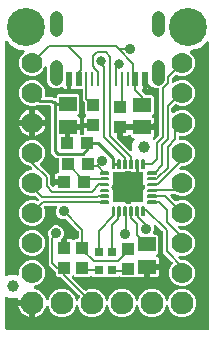
<source format=gbr>
G04 EAGLE Gerber RS-274X export*
G75*
%MOMM*%
%FSLAX34Y34*%
%LPD*%
%INTop Copper*%
%IPPOS*%
%AMOC8*
5,1,8,0,0,1.08239X$1,22.5*%
G01*
%ADD10R,1.500000X1.240000*%
%ADD11C,1.000000*%
%ADD12R,0.800000X0.800000*%
%ADD13R,1.000000X1.075000*%
%ADD14C,1.930400*%
%ADD15C,1.778000*%
%ADD16C,3.216000*%
%ADD17C,0.140000*%
%ADD18R,2.500000X2.500000*%
%ADD19R,1.075000X1.000000*%
%ADD20R,0.575000X1.150000*%
%ADD21R,0.275000X1.150000*%
%ADD22C,1.108000*%
%ADD23C,0.304800*%
%ADD24C,0.254000*%
%ADD25C,0.906400*%
%ADD26C,0.203200*%
%ADD27C,0.800100*%

G36*
X174108Y2556D02*
X174108Y2556D01*
X174227Y2563D01*
X174265Y2576D01*
X174306Y2581D01*
X174416Y2624D01*
X174529Y2661D01*
X174564Y2683D01*
X174601Y2698D01*
X174697Y2767D01*
X174798Y2831D01*
X174826Y2861D01*
X174859Y2884D01*
X174935Y2976D01*
X175016Y3063D01*
X175036Y3098D01*
X175061Y3129D01*
X175112Y3237D01*
X175170Y3341D01*
X175180Y3381D01*
X175197Y3417D01*
X175219Y3534D01*
X175249Y3649D01*
X175253Y3709D01*
X175257Y3729D01*
X175255Y3750D01*
X175259Y3810D01*
X175259Y245739D01*
X175246Y245844D01*
X175242Y245950D01*
X175226Y246001D01*
X175219Y246054D01*
X175180Y246153D01*
X175150Y246255D01*
X175122Y246300D01*
X175102Y246350D01*
X175040Y246436D01*
X174985Y246527D01*
X174947Y246564D01*
X174916Y246608D01*
X174834Y246675D01*
X174758Y246749D01*
X174712Y246776D01*
X174671Y246810D01*
X174575Y246856D01*
X174483Y246909D01*
X174431Y246923D01*
X174383Y246946D01*
X174279Y246966D01*
X174177Y246994D01*
X174123Y246996D01*
X174071Y247006D01*
X173965Y246999D01*
X173859Y247001D01*
X173806Y246989D01*
X173753Y246986D01*
X173652Y246953D01*
X173549Y246929D01*
X173502Y246904D01*
X173451Y246888D01*
X173361Y246831D01*
X173267Y246782D01*
X173200Y246729D01*
X173182Y246718D01*
X173171Y246706D01*
X173141Y246682D01*
X167546Y241645D01*
X159897Y239160D01*
X159807Y239117D01*
X159714Y239084D01*
X159664Y239050D01*
X159610Y239024D01*
X159533Y238961D01*
X159451Y238905D01*
X159411Y238860D01*
X159364Y238822D01*
X159306Y238741D01*
X159240Y238667D01*
X159213Y238613D01*
X159177Y238564D01*
X159141Y238472D01*
X159096Y238383D01*
X159083Y238325D01*
X159060Y238269D01*
X159048Y238170D01*
X159026Y238073D01*
X159028Y238013D01*
X159020Y237953D01*
X159033Y237855D01*
X159036Y237755D01*
X159052Y237697D01*
X159060Y237638D01*
X159096Y237545D01*
X159124Y237450D01*
X159155Y237398D01*
X159177Y237342D01*
X159235Y237261D01*
X159286Y237176D01*
X159352Y237101D01*
X159364Y237084D01*
X159373Y237077D01*
X159392Y237055D01*
X161660Y234787D01*
X163323Y230773D01*
X163323Y226427D01*
X161660Y222413D01*
X158587Y219340D01*
X154573Y217677D01*
X150227Y217677D01*
X147872Y218653D01*
X147844Y218661D01*
X147818Y218674D01*
X147691Y218702D01*
X147566Y218737D01*
X147536Y218737D01*
X147507Y218744D01*
X147377Y218740D01*
X147248Y218742D01*
X147219Y218735D01*
X147189Y218734D01*
X147065Y218698D01*
X146938Y218668D01*
X146912Y218654D01*
X146884Y218646D01*
X146772Y218580D01*
X146657Y218519D01*
X146635Y218499D01*
X146610Y218484D01*
X146489Y218378D01*
X144108Y215997D01*
X144048Y215919D01*
X143980Y215847D01*
X143951Y215794D01*
X143914Y215746D01*
X143874Y215655D01*
X143826Y215568D01*
X143811Y215509D01*
X143787Y215454D01*
X143772Y215356D01*
X143747Y215260D01*
X143741Y215160D01*
X143737Y215140D01*
X143739Y215127D01*
X143737Y215099D01*
X143737Y213048D01*
X143754Y212910D01*
X143767Y212772D01*
X143774Y212753D01*
X143777Y212732D01*
X143828Y212603D01*
X143875Y212472D01*
X143886Y212456D01*
X143894Y212437D01*
X143975Y212324D01*
X144053Y212209D01*
X144069Y212196D01*
X144080Y212179D01*
X144188Y212091D01*
X144292Y211999D01*
X144310Y211990D01*
X144325Y211977D01*
X144451Y211918D01*
X144575Y211854D01*
X144595Y211850D01*
X144613Y211841D01*
X144749Y211815D01*
X144885Y211785D01*
X144906Y211785D01*
X144925Y211781D01*
X145064Y211790D01*
X145203Y211794D01*
X145223Y211800D01*
X145243Y211801D01*
X145375Y211844D01*
X145509Y211883D01*
X145526Y211893D01*
X145545Y211899D01*
X145663Y211973D01*
X145783Y212044D01*
X145804Y212063D01*
X145814Y212069D01*
X145828Y212084D01*
X145904Y212151D01*
X146213Y212460D01*
X150227Y214123D01*
X154573Y214123D01*
X158587Y212460D01*
X161660Y209387D01*
X163323Y205373D01*
X163323Y201027D01*
X161660Y197013D01*
X158587Y193940D01*
X154573Y192277D01*
X150227Y192277D01*
X147428Y193437D01*
X147400Y193444D01*
X147374Y193458D01*
X147247Y193486D01*
X147122Y193521D01*
X147092Y193521D01*
X147063Y193528D01*
X146933Y193524D01*
X146804Y193526D01*
X146775Y193519D01*
X146745Y193518D01*
X146621Y193482D01*
X146494Y193452D01*
X146468Y193438D01*
X146440Y193429D01*
X146328Y193364D01*
X146213Y193303D01*
X146191Y193283D01*
X146166Y193268D01*
X146045Y193162D01*
X143762Y190879D01*
X143702Y190801D01*
X143634Y190729D01*
X143605Y190676D01*
X143568Y190628D01*
X143528Y190537D01*
X143480Y190450D01*
X143465Y190391D01*
X143441Y190336D01*
X143426Y190238D01*
X143401Y190142D01*
X143395Y190042D01*
X143391Y190022D01*
X143393Y190009D01*
X143391Y189981D01*
X143391Y187302D01*
X143408Y187164D01*
X143421Y187026D01*
X143428Y187007D01*
X143431Y186986D01*
X143482Y186857D01*
X143529Y186726D01*
X143540Y186710D01*
X143548Y186691D01*
X143629Y186579D01*
X143707Y186463D01*
X143723Y186450D01*
X143734Y186433D01*
X143842Y186345D01*
X143946Y186253D01*
X143964Y186244D01*
X143979Y186231D01*
X144105Y186171D01*
X144229Y186108D01*
X144249Y186104D01*
X144267Y186095D01*
X144404Y186069D01*
X144539Y186039D01*
X144560Y186039D01*
X144579Y186035D01*
X144718Y186044D01*
X144857Y186048D01*
X144877Y186054D01*
X144897Y186055D01*
X145029Y186098D01*
X145163Y186137D01*
X145180Y186147D01*
X145199Y186153D01*
X145317Y186227D01*
X145437Y186298D01*
X145458Y186317D01*
X145468Y186323D01*
X145482Y186338D01*
X145557Y186405D01*
X146213Y187060D01*
X150227Y188723D01*
X154573Y188723D01*
X158587Y187060D01*
X161660Y183987D01*
X163323Y179973D01*
X163323Y175627D01*
X161660Y171613D01*
X158587Y168540D01*
X154573Y166877D01*
X150629Y166877D01*
X150511Y166862D01*
X150392Y166855D01*
X150354Y166842D01*
X150313Y166837D01*
X150203Y166794D01*
X150090Y166757D01*
X150055Y166735D01*
X150018Y166720D01*
X149922Y166651D01*
X149821Y166587D01*
X149793Y166557D01*
X149760Y166534D01*
X149684Y166442D01*
X149603Y166355D01*
X149583Y166320D01*
X149558Y166289D01*
X149507Y166181D01*
X149449Y166077D01*
X149439Y166037D01*
X149422Y166001D01*
X149400Y165884D01*
X149370Y165769D01*
X149366Y165709D01*
X149362Y165689D01*
X149364Y165668D01*
X149360Y165608D01*
X149360Y164592D01*
X149375Y164474D01*
X149382Y164355D01*
X149395Y164317D01*
X149400Y164276D01*
X149443Y164166D01*
X149480Y164053D01*
X149502Y164018D01*
X149517Y163981D01*
X149586Y163885D01*
X149650Y163784D01*
X149680Y163756D01*
X149703Y163723D01*
X149795Y163647D01*
X149882Y163566D01*
X149917Y163546D01*
X149948Y163521D01*
X150056Y163470D01*
X150160Y163412D01*
X150200Y163402D01*
X150236Y163385D01*
X150353Y163363D01*
X150468Y163333D01*
X150528Y163329D01*
X150548Y163325D01*
X150569Y163327D01*
X150629Y163323D01*
X154573Y163323D01*
X158587Y161660D01*
X161660Y158587D01*
X163323Y154573D01*
X163323Y150227D01*
X161660Y146213D01*
X158587Y143140D01*
X154573Y141477D01*
X152352Y141477D01*
X152254Y141465D01*
X152155Y141462D01*
X152097Y141445D01*
X152037Y141437D01*
X151945Y141401D01*
X151850Y141373D01*
X151797Y141343D01*
X151741Y141320D01*
X151661Y141262D01*
X151576Y141212D01*
X151501Y141146D01*
X151484Y141134D01*
X151476Y141124D01*
X151455Y141106D01*
X150439Y140089D01*
X150354Y139980D01*
X150265Y139873D01*
X150256Y139854D01*
X150244Y139838D01*
X150189Y139711D01*
X150129Y139585D01*
X150126Y139565D01*
X150118Y139546D01*
X150096Y139408D01*
X150070Y139272D01*
X150071Y139252D01*
X150068Y139232D01*
X150081Y139093D01*
X150089Y138955D01*
X150096Y138936D01*
X150098Y138916D01*
X150145Y138784D01*
X150187Y138653D01*
X150198Y138635D01*
X150205Y138616D01*
X150283Y138501D01*
X150358Y138384D01*
X150372Y138370D01*
X150384Y138353D01*
X150488Y138261D01*
X150589Y138166D01*
X150607Y138156D01*
X150622Y138143D01*
X150746Y138080D01*
X150868Y138012D01*
X150887Y138007D01*
X150905Y137998D01*
X151041Y137968D01*
X151176Y137933D01*
X151204Y137931D01*
X151216Y137928D01*
X151236Y137929D01*
X151336Y137923D01*
X154573Y137923D01*
X158587Y136260D01*
X161660Y133187D01*
X163323Y129173D01*
X163323Y124827D01*
X161660Y120813D01*
X158587Y117740D01*
X154573Y116077D01*
X150227Y116077D01*
X146685Y117545D01*
X146676Y117547D01*
X146668Y117552D01*
X146522Y117589D01*
X146378Y117629D01*
X146369Y117629D01*
X146360Y117631D01*
X146199Y117641D01*
X143735Y117641D01*
X143597Y117624D01*
X143458Y117611D01*
X143439Y117604D01*
X143419Y117601D01*
X143290Y117550D01*
X143159Y117503D01*
X143142Y117492D01*
X143123Y117484D01*
X143011Y117403D01*
X142896Y117325D01*
X142882Y117309D01*
X142866Y117298D01*
X142777Y117190D01*
X142685Y117086D01*
X142676Y117068D01*
X142663Y117053D01*
X142604Y116927D01*
X142541Y116803D01*
X142536Y116783D01*
X142528Y116765D01*
X142502Y116629D01*
X142471Y116493D01*
X142472Y116472D01*
X142468Y116453D01*
X142476Y116314D01*
X142481Y116175D01*
X142486Y116155D01*
X142488Y116135D01*
X142530Y116003D01*
X142569Y115869D01*
X142579Y115852D01*
X142586Y115833D01*
X142660Y115715D01*
X142731Y115595D01*
X142749Y115574D01*
X142756Y115564D01*
X142771Y115550D01*
X142837Y115475D01*
X146489Y111822D01*
X146513Y111804D01*
X146532Y111782D01*
X146638Y111707D01*
X146740Y111627D01*
X146768Y111616D01*
X146792Y111599D01*
X146913Y111553D01*
X147032Y111501D01*
X147061Y111496D01*
X147089Y111486D01*
X147218Y111472D01*
X147346Y111451D01*
X147376Y111454D01*
X147405Y111451D01*
X147534Y111469D01*
X147663Y111481D01*
X147691Y111491D01*
X147720Y111495D01*
X147872Y111547D01*
X150227Y112523D01*
X154573Y112523D01*
X158587Y110860D01*
X161660Y107787D01*
X163323Y103773D01*
X163323Y99427D01*
X161660Y95413D01*
X158587Y92340D01*
X154573Y90677D01*
X150259Y90677D01*
X150121Y90660D01*
X149982Y90647D01*
X149963Y90640D01*
X149943Y90637D01*
X149814Y90586D01*
X149683Y90539D01*
X149666Y90528D01*
X149647Y90520D01*
X149535Y90439D01*
X149420Y90361D01*
X149406Y90345D01*
X149390Y90334D01*
X149301Y90226D01*
X149209Y90122D01*
X149200Y90104D01*
X149187Y90089D01*
X149128Y89963D01*
X149065Y89839D01*
X149060Y89819D01*
X149052Y89801D01*
X149026Y89664D01*
X148995Y89529D01*
X148996Y89508D01*
X148992Y89489D01*
X149000Y89350D01*
X149005Y89211D01*
X149010Y89191D01*
X149012Y89171D01*
X149054Y89039D01*
X149093Y88905D01*
X149103Y88888D01*
X149110Y88869D01*
X149184Y88751D01*
X149255Y88631D01*
X149273Y88610D01*
X149280Y88600D01*
X149295Y88586D01*
X149361Y88511D01*
X150377Y87494D01*
X150455Y87434D01*
X150527Y87366D01*
X150581Y87337D01*
X150628Y87300D01*
X150719Y87260D01*
X150806Y87212D01*
X150865Y87197D01*
X150920Y87173D01*
X151018Y87158D01*
X151114Y87133D01*
X151214Y87127D01*
X151234Y87123D01*
X151247Y87125D01*
X151275Y87123D01*
X154573Y87123D01*
X158587Y85460D01*
X161660Y82387D01*
X163323Y78373D01*
X163323Y74027D01*
X161660Y70013D01*
X158587Y66940D01*
X154573Y65277D01*
X150379Y65277D01*
X150241Y65260D01*
X150102Y65247D01*
X150083Y65240D01*
X150063Y65237D01*
X149934Y65186D01*
X149803Y65139D01*
X149786Y65128D01*
X149767Y65120D01*
X149655Y65039D01*
X149540Y64961D01*
X149526Y64945D01*
X149510Y64934D01*
X149421Y64826D01*
X149329Y64722D01*
X149320Y64704D01*
X149307Y64689D01*
X149248Y64563D01*
X149185Y64439D01*
X149180Y64419D01*
X149172Y64401D01*
X149146Y64264D01*
X149115Y64129D01*
X149116Y64108D01*
X149112Y64089D01*
X149120Y63950D01*
X149125Y63811D01*
X149130Y63791D01*
X149132Y63771D01*
X149174Y63639D01*
X149213Y63505D01*
X149223Y63488D01*
X149230Y63469D01*
X149304Y63351D01*
X149375Y63231D01*
X149393Y63210D01*
X149400Y63200D01*
X149415Y63186D01*
X149481Y63111D01*
X150497Y62094D01*
X150575Y62034D01*
X150647Y61966D01*
X150701Y61937D01*
X150748Y61900D01*
X150839Y61860D01*
X150926Y61812D01*
X150985Y61797D01*
X151040Y61773D01*
X151138Y61758D01*
X151234Y61733D01*
X151334Y61727D01*
X151354Y61723D01*
X151367Y61725D01*
X151395Y61723D01*
X154573Y61723D01*
X158587Y60060D01*
X161660Y56987D01*
X163323Y52973D01*
X163323Y48627D01*
X161660Y44613D01*
X158587Y41540D01*
X154573Y39877D01*
X150227Y39877D01*
X146213Y41540D01*
X143140Y44613D01*
X141477Y48627D01*
X141477Y52973D01*
X143140Y56987D01*
X144163Y58010D01*
X144236Y58104D01*
X144315Y58194D01*
X144333Y58230D01*
X144358Y58262D01*
X144405Y58371D01*
X144460Y58477D01*
X144468Y58516D01*
X144484Y58553D01*
X144503Y58671D01*
X144529Y58787D01*
X144528Y58827D01*
X144534Y58867D01*
X144523Y58986D01*
X144520Y59105D01*
X144508Y59144D01*
X144505Y59184D01*
X144464Y59296D01*
X144431Y59410D01*
X144411Y59445D01*
X144397Y59483D01*
X144330Y59582D01*
X144270Y59684D01*
X144230Y59730D01*
X144218Y59746D01*
X144203Y59760D01*
X144163Y59805D01*
X136143Y67825D01*
X136143Y85199D01*
X136131Y85298D01*
X136128Y85397D01*
X136111Y85455D01*
X136103Y85515D01*
X136067Y85607D01*
X136039Y85702D01*
X136009Y85754D01*
X135986Y85811D01*
X135928Y85891D01*
X135878Y85976D01*
X135812Y86052D01*
X135800Y86068D01*
X135790Y86076D01*
X135772Y86097D01*
X130586Y91283D01*
X130530Y91326D01*
X130482Y91376D01*
X130405Y91423D01*
X130334Y91478D01*
X130270Y91505D01*
X130211Y91542D01*
X130125Y91568D01*
X130043Y91604D01*
X129974Y91615D01*
X129907Y91636D01*
X129817Y91640D01*
X129728Y91654D01*
X129659Y91647D01*
X129589Y91651D01*
X129501Y91633D01*
X129412Y91624D01*
X129346Y91600D01*
X129278Y91586D01*
X129197Y91547D01*
X129113Y91517D01*
X129055Y91477D01*
X128992Y91447D01*
X128924Y91388D01*
X128849Y91338D01*
X128803Y91286D01*
X128750Y91240D01*
X128698Y91167D01*
X128639Y91099D01*
X128607Y91037D01*
X128567Y90980D01*
X128535Y90896D01*
X128494Y90816D01*
X128479Y90748D01*
X128454Y90683D01*
X128444Y90594D01*
X128425Y90506D01*
X128427Y90436D01*
X128419Y90367D01*
X128432Y90278D01*
X128434Y90188D01*
X128454Y90121D01*
X128463Y90052D01*
X128516Y89900D01*
X128652Y89571D01*
X128652Y86959D01*
X127796Y84893D01*
X127783Y84845D01*
X127761Y84800D01*
X127741Y84692D01*
X127712Y84586D01*
X127711Y84536D01*
X127702Y84487D01*
X127709Y84378D01*
X127707Y84268D01*
X127718Y84220D01*
X127721Y84170D01*
X127755Y84066D01*
X127781Y83959D01*
X127804Y83915D01*
X127819Y83868D01*
X127878Y83775D01*
X127930Y83678D01*
X127963Y83641D01*
X127990Y83599D01*
X128070Y83524D01*
X128144Y83442D01*
X128185Y83415D01*
X128221Y83381D01*
X128317Y83328D01*
X128409Y83268D01*
X128456Y83251D01*
X128500Y83227D01*
X128606Y83200D01*
X128710Y83164D01*
X128760Y83160D01*
X128808Y83148D01*
X128968Y83138D01*
X130897Y83138D01*
X132088Y81947D01*
X132088Y67863D01*
X130723Y66498D01*
X130646Y66399D01*
X130564Y66304D01*
X130549Y66274D01*
X130528Y66247D01*
X130478Y66131D01*
X130422Y66019D01*
X130415Y65986D01*
X130402Y65955D01*
X130382Y65831D01*
X130356Y65708D01*
X130357Y65674D01*
X130352Y65641D01*
X130364Y65515D01*
X130369Y65390D01*
X130378Y65358D01*
X130382Y65324D01*
X130424Y65206D01*
X130460Y65086D01*
X130478Y65057D01*
X130489Y65025D01*
X130560Y64921D01*
X130625Y64813D01*
X130649Y64790D01*
X130668Y64762D01*
X130762Y64679D01*
X130852Y64591D01*
X130892Y64563D01*
X130906Y64551D01*
X130925Y64542D01*
X130986Y64501D01*
X131615Y64138D01*
X132088Y63665D01*
X132423Y63086D01*
X132596Y62439D01*
X132596Y58444D01*
X123825Y58444D01*
X123707Y58429D01*
X123588Y58422D01*
X123550Y58409D01*
X123510Y58404D01*
X123399Y58360D01*
X123286Y58324D01*
X123251Y58302D01*
X123214Y58287D01*
X123118Y58217D01*
X123017Y58154D01*
X122989Y58124D01*
X122957Y58100D01*
X122881Y58009D01*
X122799Y57922D01*
X122780Y57887D01*
X122754Y57855D01*
X122703Y57748D01*
X122646Y57644D01*
X122635Y57604D01*
X122618Y57568D01*
X122596Y57451D01*
X122566Y57336D01*
X122562Y57275D01*
X122558Y57255D01*
X122560Y57235D01*
X122556Y57175D01*
X122556Y55904D01*
X121285Y55904D01*
X121167Y55889D01*
X121048Y55882D01*
X121010Y55869D01*
X120970Y55864D01*
X120859Y55820D01*
X120746Y55784D01*
X120711Y55762D01*
X120674Y55747D01*
X120578Y55677D01*
X120477Y55614D01*
X120449Y55584D01*
X120416Y55560D01*
X120341Y55469D01*
X120259Y55382D01*
X120239Y55347D01*
X120214Y55315D01*
X120163Y55208D01*
X120105Y55104D01*
X120095Y55064D01*
X120078Y55028D01*
X120056Y54911D01*
X120026Y54796D01*
X120022Y54735D01*
X120018Y54715D01*
X120020Y54695D01*
X120016Y54635D01*
X120016Y47164D01*
X114721Y47164D01*
X114008Y47355D01*
X113971Y47374D01*
X113925Y47384D01*
X113882Y47403D01*
X113771Y47419D01*
X113661Y47444D01*
X113614Y47442D01*
X113568Y47449D01*
X113455Y47438D01*
X113343Y47434D01*
X113298Y47421D01*
X113251Y47416D01*
X113145Y47377D01*
X113037Y47346D01*
X112997Y47322D01*
X112953Y47306D01*
X112860Y47241D01*
X112763Y47184D01*
X112710Y47137D01*
X112692Y47125D01*
X112680Y47111D01*
X112642Y47078D01*
X112522Y46957D01*
X100838Y46957D01*
X100175Y47620D01*
X100081Y47693D01*
X99992Y47772D01*
X99956Y47790D01*
X99924Y47815D01*
X99814Y47863D01*
X99708Y47917D01*
X99669Y47926D01*
X99632Y47942D01*
X99514Y47960D01*
X99398Y47986D01*
X99358Y47985D01*
X99318Y47991D01*
X99199Y47980D01*
X99080Y47977D01*
X99042Y47965D01*
X99001Y47962D01*
X98889Y47921D01*
X98775Y47888D01*
X98740Y47868D01*
X98702Y47854D01*
X98603Y47787D01*
X98501Y47727D01*
X98456Y47687D01*
X98439Y47675D01*
X98425Y47660D01*
X98380Y47620D01*
X98187Y47427D01*
X88496Y47427D01*
X88433Y47476D01*
X88344Y47555D01*
X88308Y47573D01*
X88276Y47598D01*
X88167Y47645D01*
X88061Y47699D01*
X88022Y47708D01*
X87984Y47724D01*
X87867Y47743D01*
X87751Y47769D01*
X87710Y47768D01*
X87670Y47774D01*
X87552Y47763D01*
X87433Y47759D01*
X87394Y47748D01*
X87354Y47744D01*
X87242Y47704D01*
X87127Y47671D01*
X87093Y47650D01*
X87054Y47637D01*
X86956Y47570D01*
X86853Y47509D01*
X86808Y47469D01*
X86791Y47458D01*
X86778Y47443D01*
X86760Y47427D01*
X77073Y47427D01*
X76245Y48255D01*
X76151Y48328D01*
X76062Y48407D01*
X76026Y48425D01*
X75994Y48450D01*
X75885Y48497D01*
X75778Y48552D01*
X75739Y48560D01*
X75702Y48577D01*
X75584Y48595D01*
X75468Y48621D01*
X75428Y48620D01*
X75388Y48626D01*
X75269Y48615D01*
X75150Y48612D01*
X75111Y48600D01*
X75071Y48597D01*
X74959Y48556D01*
X74845Y48523D01*
X74810Y48503D01*
X74772Y48489D01*
X74673Y48422D01*
X74571Y48362D01*
X74526Y48322D01*
X74509Y48310D01*
X74495Y48295D01*
X74450Y48255D01*
X73787Y47592D01*
X62103Y47592D01*
X61222Y48473D01*
X61128Y48546D01*
X61039Y48625D01*
X61003Y48643D01*
X60971Y48668D01*
X60862Y48715D01*
X60756Y48769D01*
X60717Y48778D01*
X60679Y48794D01*
X60562Y48813D01*
X60446Y48839D01*
X60405Y48838D01*
X60365Y48844D01*
X60247Y48833D01*
X60128Y48829D01*
X60089Y48818D01*
X60049Y48814D01*
X59936Y48774D01*
X59822Y48741D01*
X59787Y48720D01*
X59749Y48707D01*
X59651Y48640D01*
X59548Y48579D01*
X59503Y48539D01*
X59486Y48528D01*
X59473Y48513D01*
X59427Y48473D01*
X59331Y48376D01*
X59258Y48282D01*
X59179Y48193D01*
X59160Y48157D01*
X59136Y48125D01*
X59088Y48015D01*
X59034Y47909D01*
X59025Y47870D01*
X59009Y47833D01*
X58991Y47715D01*
X58965Y47599D01*
X58966Y47559D01*
X58959Y47519D01*
X58971Y47400D01*
X58974Y47281D01*
X58986Y47242D01*
X58989Y47202D01*
X59030Y47090D01*
X59063Y46976D01*
X59083Y46941D01*
X59097Y46903D01*
X59164Y46804D01*
X59224Y46702D01*
X59264Y46656D01*
X59275Y46640D01*
X59291Y46626D01*
X59331Y46581D01*
X69706Y36206D01*
X69729Y36187D01*
X69748Y36165D01*
X69854Y36090D01*
X69957Y36011D01*
X69984Y35999D01*
X70008Y35982D01*
X70130Y35936D01*
X70249Y35884D01*
X70278Y35880D01*
X70306Y35869D01*
X70435Y35855D01*
X70563Y35834D01*
X70593Y35837D01*
X70622Y35834D01*
X70750Y35852D01*
X70880Y35864D01*
X70908Y35874D01*
X70937Y35878D01*
X71089Y35930D01*
X73876Y37085D01*
X78524Y37085D01*
X82819Y35306D01*
X86106Y32019D01*
X87727Y28104D01*
X87796Y27984D01*
X87861Y27860D01*
X87875Y27846D01*
X87885Y27828D01*
X87982Y27728D01*
X88075Y27625D01*
X88092Y27614D01*
X88106Y27599D01*
X88224Y27527D01*
X88341Y27450D01*
X88360Y27444D01*
X88377Y27433D01*
X88510Y27392D01*
X88642Y27347D01*
X88662Y27346D01*
X88681Y27340D01*
X88820Y27333D01*
X88959Y27322D01*
X88979Y27325D01*
X88999Y27324D01*
X89135Y27353D01*
X89272Y27376D01*
X89290Y27385D01*
X89310Y27389D01*
X89436Y27450D01*
X89562Y27507D01*
X89578Y27520D01*
X89596Y27528D01*
X89702Y27619D01*
X89810Y27706D01*
X89823Y27722D01*
X89838Y27735D01*
X89918Y27849D01*
X90002Y27960D01*
X90014Y27985D01*
X90021Y27995D01*
X90028Y28014D01*
X90073Y28104D01*
X91694Y32019D01*
X94981Y35306D01*
X99276Y37085D01*
X103924Y37085D01*
X108219Y35306D01*
X111506Y32019D01*
X113127Y28104D01*
X113196Y27984D01*
X113261Y27861D01*
X113275Y27846D01*
X113285Y27828D01*
X113382Y27728D01*
X113475Y27625D01*
X113492Y27614D01*
X113506Y27600D01*
X113624Y27527D01*
X113741Y27450D01*
X113760Y27444D01*
X113777Y27433D01*
X113910Y27392D01*
X114042Y27347D01*
X114062Y27346D01*
X114081Y27340D01*
X114220Y27333D01*
X114359Y27322D01*
X114379Y27325D01*
X114399Y27325D01*
X114535Y27353D01*
X114672Y27376D01*
X114690Y27385D01*
X114710Y27389D01*
X114836Y27450D01*
X114962Y27507D01*
X114978Y27520D01*
X114996Y27529D01*
X115102Y27619D01*
X115210Y27706D01*
X115223Y27722D01*
X115238Y27735D01*
X115318Y27849D01*
X115402Y27960D01*
X115414Y27985D01*
X115421Y27995D01*
X115428Y28014D01*
X115473Y28104D01*
X117094Y32019D01*
X120381Y35306D01*
X124676Y37085D01*
X129324Y37085D01*
X133619Y35306D01*
X136906Y32019D01*
X138527Y28104D01*
X138596Y27984D01*
X138661Y27861D01*
X138675Y27846D01*
X138685Y27828D01*
X138782Y27728D01*
X138875Y27625D01*
X138892Y27614D01*
X138906Y27600D01*
X139024Y27527D01*
X139141Y27450D01*
X139160Y27444D01*
X139177Y27433D01*
X139310Y27392D01*
X139442Y27347D01*
X139462Y27346D01*
X139481Y27340D01*
X139620Y27333D01*
X139759Y27322D01*
X139779Y27325D01*
X139799Y27325D01*
X139935Y27353D01*
X140072Y27376D01*
X140090Y27385D01*
X140110Y27389D01*
X140236Y27450D01*
X140362Y27507D01*
X140378Y27520D01*
X140396Y27529D01*
X140502Y27619D01*
X140610Y27706D01*
X140623Y27722D01*
X140638Y27735D01*
X140718Y27849D01*
X140802Y27960D01*
X140814Y27985D01*
X140821Y27995D01*
X140828Y28014D01*
X140873Y28104D01*
X142494Y32019D01*
X145781Y35306D01*
X150076Y37085D01*
X154724Y37085D01*
X159019Y35306D01*
X162306Y32019D01*
X164085Y27724D01*
X164085Y23076D01*
X162306Y18781D01*
X159019Y15494D01*
X154724Y13715D01*
X150076Y13715D01*
X145781Y15494D01*
X142494Y18781D01*
X140873Y22696D01*
X140804Y22817D01*
X140739Y22939D01*
X140725Y22954D01*
X140715Y22972D01*
X140618Y23072D01*
X140525Y23175D01*
X140508Y23186D01*
X140494Y23201D01*
X140375Y23273D01*
X140259Y23350D01*
X140240Y23356D01*
X140223Y23367D01*
X140090Y23408D01*
X139958Y23453D01*
X139938Y23454D01*
X139919Y23460D01*
X139780Y23467D01*
X139641Y23478D01*
X139621Y23475D01*
X139601Y23475D01*
X139465Y23447D01*
X139328Y23424D01*
X139309Y23415D01*
X139290Y23411D01*
X139164Y23350D01*
X139038Y23293D01*
X139022Y23280D01*
X139004Y23271D01*
X138898Y23181D01*
X138790Y23094D01*
X138777Y23078D01*
X138762Y23065D01*
X138682Y22951D01*
X138598Y22840D01*
X138586Y22815D01*
X138579Y22805D01*
X138572Y22786D01*
X138527Y22696D01*
X136906Y18781D01*
X133619Y15494D01*
X129324Y13715D01*
X124676Y13715D01*
X120381Y15494D01*
X117094Y18781D01*
X115473Y22696D01*
X115404Y22817D01*
X115339Y22939D01*
X115325Y22954D01*
X115315Y22972D01*
X115218Y23072D01*
X115125Y23175D01*
X115108Y23186D01*
X115094Y23201D01*
X114975Y23273D01*
X114859Y23350D01*
X114840Y23356D01*
X114823Y23367D01*
X114690Y23408D01*
X114558Y23453D01*
X114538Y23454D01*
X114519Y23460D01*
X114380Y23467D01*
X114241Y23478D01*
X114221Y23475D01*
X114201Y23475D01*
X114065Y23447D01*
X113928Y23424D01*
X113909Y23415D01*
X113890Y23411D01*
X113764Y23350D01*
X113638Y23293D01*
X113622Y23280D01*
X113604Y23271D01*
X113498Y23181D01*
X113390Y23094D01*
X113377Y23078D01*
X113362Y23065D01*
X113282Y22951D01*
X113198Y22840D01*
X113186Y22815D01*
X113179Y22805D01*
X113172Y22786D01*
X113127Y22696D01*
X111506Y18781D01*
X108219Y15494D01*
X103924Y13715D01*
X99276Y13715D01*
X94981Y15494D01*
X91694Y18781D01*
X90073Y22696D01*
X90004Y22817D01*
X89939Y22940D01*
X89925Y22955D01*
X89915Y22972D01*
X89818Y23072D01*
X89725Y23175D01*
X89708Y23186D01*
X89694Y23201D01*
X89575Y23273D01*
X89459Y23350D01*
X89440Y23356D01*
X89423Y23367D01*
X89290Y23408D01*
X89158Y23453D01*
X89138Y23454D01*
X89119Y23460D01*
X88980Y23467D01*
X88841Y23478D01*
X88821Y23475D01*
X88801Y23476D01*
X88665Y23447D01*
X88528Y23424D01*
X88509Y23415D01*
X88490Y23411D01*
X88364Y23350D01*
X88238Y23293D01*
X88222Y23280D01*
X88204Y23272D01*
X88098Y23181D01*
X87990Y23094D01*
X87977Y23078D01*
X87962Y23065D01*
X87882Y22951D01*
X87798Y22840D01*
X87786Y22815D01*
X87779Y22805D01*
X87772Y22786D01*
X87727Y22696D01*
X86106Y18781D01*
X82819Y15494D01*
X78524Y13715D01*
X73876Y13715D01*
X69581Y15494D01*
X66294Y18781D01*
X64673Y22696D01*
X64604Y22817D01*
X64539Y22940D01*
X64525Y22955D01*
X64515Y22972D01*
X64418Y23072D01*
X64325Y23175D01*
X64308Y23186D01*
X64294Y23201D01*
X64175Y23273D01*
X64059Y23350D01*
X64040Y23356D01*
X64023Y23367D01*
X63890Y23408D01*
X63758Y23453D01*
X63738Y23454D01*
X63719Y23460D01*
X63580Y23467D01*
X63441Y23478D01*
X63421Y23475D01*
X63401Y23476D01*
X63265Y23447D01*
X63128Y23424D01*
X63109Y23415D01*
X63090Y23411D01*
X62964Y23350D01*
X62838Y23293D01*
X62822Y23280D01*
X62804Y23272D01*
X62698Y23181D01*
X62590Y23094D01*
X62577Y23078D01*
X62562Y23065D01*
X62482Y22951D01*
X62398Y22840D01*
X62386Y22815D01*
X62379Y22805D01*
X62372Y22786D01*
X62327Y22696D01*
X60706Y18781D01*
X57419Y15494D01*
X53124Y13715D01*
X48476Y13715D01*
X44181Y15494D01*
X40894Y18781D01*
X39507Y22130D01*
X39492Y22156D01*
X39483Y22184D01*
X39414Y22294D01*
X39350Y22406D01*
X39329Y22428D01*
X39313Y22453D01*
X39219Y22541D01*
X39128Y22635D01*
X39103Y22650D01*
X39081Y22671D01*
X38968Y22733D01*
X38857Y22801D01*
X38829Y22810D01*
X38802Y22824D01*
X38677Y22856D01*
X38553Y22894D01*
X38523Y22896D01*
X38494Y22903D01*
X38365Y22903D01*
X38236Y22910D01*
X38206Y22904D01*
X38176Y22904D01*
X38051Y22871D01*
X37924Y22845D01*
X37897Y22832D01*
X37868Y22825D01*
X37755Y22763D01*
X37638Y22706D01*
X37616Y22686D01*
X37589Y22672D01*
X37495Y22583D01*
X37396Y22499D01*
X37379Y22475D01*
X37357Y22454D01*
X37288Y22345D01*
X37213Y22239D01*
X37203Y22211D01*
X37187Y22186D01*
X37127Y22036D01*
X36699Y20720D01*
X35828Y19010D01*
X34700Y17457D01*
X33343Y16100D01*
X31790Y14972D01*
X30080Y14101D01*
X28255Y13507D01*
X27899Y13451D01*
X27899Y24170D01*
X27884Y24288D01*
X27877Y24407D01*
X27864Y24445D01*
X27859Y24485D01*
X27816Y24596D01*
X27779Y24709D01*
X27757Y24743D01*
X27742Y24781D01*
X27673Y24877D01*
X27609Y24978D01*
X27579Y25006D01*
X27556Y25038D01*
X27464Y25114D01*
X27377Y25196D01*
X27342Y25215D01*
X27311Y25241D01*
X27203Y25292D01*
X27099Y25349D01*
X27059Y25359D01*
X27023Y25377D01*
X26906Y25399D01*
X26791Y25429D01*
X26731Y25433D01*
X26711Y25436D01*
X26690Y25435D01*
X26630Y25439D01*
X25439Y25439D01*
X25439Y26630D01*
X25424Y26748D01*
X25417Y26867D01*
X25404Y26905D01*
X25399Y26946D01*
X25355Y27056D01*
X25319Y27169D01*
X25297Y27204D01*
X25282Y27241D01*
X25212Y27337D01*
X25149Y27438D01*
X25119Y27466D01*
X25095Y27499D01*
X25004Y27575D01*
X24917Y27656D01*
X24882Y27676D01*
X24850Y27701D01*
X24743Y27752D01*
X24638Y27810D01*
X24599Y27820D01*
X24563Y27837D01*
X24446Y27859D01*
X24330Y27889D01*
X24270Y27893D01*
X24250Y27897D01*
X24230Y27895D01*
X24170Y27899D01*
X13451Y27899D01*
X13498Y28195D01*
X13500Y28268D01*
X13512Y28340D01*
X13505Y28426D01*
X13508Y28513D01*
X13492Y28584D01*
X13486Y28657D01*
X13458Y28739D01*
X13439Y28823D01*
X13405Y28889D01*
X13382Y28957D01*
X13334Y29030D01*
X13294Y29107D01*
X13246Y29162D01*
X13206Y29222D01*
X13141Y29280D01*
X13084Y29345D01*
X13024Y29386D01*
X12970Y29435D01*
X12893Y29476D01*
X12821Y29524D01*
X12753Y29549D01*
X12688Y29583D01*
X12604Y29603D01*
X12522Y29632D01*
X12449Y29639D01*
X12378Y29656D01*
X12292Y29654D01*
X12205Y29662D01*
X12133Y29651D01*
X12060Y29650D01*
X11977Y29626D01*
X11891Y29613D01*
X11824Y29584D01*
X11754Y29564D01*
X11610Y29493D01*
X11546Y29456D01*
X6234Y29456D01*
X4445Y30489D01*
X4323Y30541D01*
X4203Y30597D01*
X4176Y30602D01*
X4151Y30612D01*
X4020Y30632D01*
X3890Y30657D01*
X3864Y30655D01*
X3837Y30659D01*
X3705Y30645D01*
X3573Y30637D01*
X3547Y30629D01*
X3521Y30626D01*
X3396Y30580D01*
X3271Y30539D01*
X3248Y30524D01*
X3222Y30515D01*
X3114Y30440D01*
X3002Y30369D01*
X2983Y30349D01*
X2961Y30334D01*
X2875Y30234D01*
X2784Y30137D01*
X2771Y30113D01*
X2753Y30093D01*
X2694Y29974D01*
X2630Y29859D01*
X2624Y29833D01*
X2612Y29808D01*
X2584Y29678D01*
X2551Y29551D01*
X2549Y29513D01*
X2545Y29497D01*
X2546Y29475D01*
X2541Y29390D01*
X2541Y3810D01*
X2556Y3692D01*
X2563Y3573D01*
X2576Y3535D01*
X2581Y3494D01*
X2624Y3384D01*
X2661Y3271D01*
X2683Y3236D01*
X2698Y3199D01*
X2767Y3103D01*
X2831Y3002D01*
X2861Y2974D01*
X2884Y2941D01*
X2976Y2865D01*
X3063Y2784D01*
X3098Y2764D01*
X3129Y2739D01*
X3237Y2688D01*
X3341Y2630D01*
X3381Y2620D01*
X3417Y2603D01*
X3534Y2581D01*
X3649Y2551D01*
X3709Y2547D01*
X3729Y2543D01*
X3750Y2545D01*
X3810Y2541D01*
X173990Y2541D01*
X174108Y2556D01*
G37*
G36*
X63579Y27325D02*
X63579Y27325D01*
X63599Y27324D01*
X63735Y27353D01*
X63872Y27376D01*
X63890Y27385D01*
X63910Y27389D01*
X64036Y27450D01*
X64162Y27507D01*
X64178Y27520D01*
X64196Y27528D01*
X64302Y27619D01*
X64410Y27706D01*
X64423Y27722D01*
X64438Y27735D01*
X64518Y27849D01*
X64602Y27960D01*
X64614Y27985D01*
X64621Y27995D01*
X64628Y28014D01*
X64673Y28104D01*
X65670Y30511D01*
X65677Y30539D01*
X65691Y30566D01*
X65719Y30692D01*
X65753Y30818D01*
X65754Y30847D01*
X65760Y30876D01*
X65756Y31006D01*
X65759Y31136D01*
X65752Y31164D01*
X65751Y31194D01*
X65715Y31318D01*
X65684Y31445D01*
X65671Y31471D01*
X65662Y31499D01*
X65597Y31611D01*
X65536Y31726D01*
X65516Y31748D01*
X65501Y31773D01*
X65394Y31894D01*
X51814Y45475D01*
X50068Y47221D01*
X49990Y47281D01*
X49918Y47349D01*
X49865Y47378D01*
X49817Y47415D01*
X49726Y47455D01*
X49639Y47503D01*
X49580Y47518D01*
X49525Y47542D01*
X49427Y47557D01*
X49331Y47582D01*
X49231Y47588D01*
X49211Y47592D01*
X49198Y47590D01*
X49170Y47592D01*
X46863Y47592D01*
X45672Y48783D01*
X45672Y51090D01*
X45660Y51189D01*
X45657Y51288D01*
X45640Y51346D01*
X45632Y51406D01*
X45596Y51498D01*
X45568Y51593D01*
X45538Y51645D01*
X45515Y51702D01*
X45457Y51782D01*
X45407Y51867D01*
X45341Y51942D01*
X45329Y51959D01*
X45319Y51967D01*
X45301Y51988D01*
X39496Y57792D01*
X39496Y81455D01*
X39526Y81524D01*
X39531Y81554D01*
X39541Y81581D01*
X39556Y81711D01*
X39576Y81839D01*
X39573Y81868D01*
X39577Y81898D01*
X39558Y82026D01*
X39546Y82155D01*
X39536Y82183D01*
X39532Y82212D01*
X39480Y82365D01*
X39155Y83149D01*
X39155Y85761D01*
X40155Y88174D01*
X42001Y90020D01*
X44414Y91020D01*
X47026Y91020D01*
X49439Y90020D01*
X51285Y88174D01*
X52285Y85761D01*
X52285Y83149D01*
X51285Y80736D01*
X50577Y80029D01*
X50517Y79950D01*
X50449Y79878D01*
X50420Y79825D01*
X50383Y79777D01*
X50343Y79686D01*
X50295Y79600D01*
X50280Y79541D01*
X50256Y79485D01*
X50241Y79387D01*
X50216Y79292D01*
X50210Y79192D01*
X50206Y79171D01*
X50207Y79159D01*
X50206Y79131D01*
X50206Y73230D01*
X50221Y73112D01*
X50228Y72993D01*
X50240Y72955D01*
X50246Y72915D01*
X50289Y72804D01*
X50326Y72691D01*
X50348Y72657D01*
X50363Y72619D01*
X50432Y72523D01*
X50496Y72422D01*
X50526Y72394D01*
X50549Y72362D01*
X50641Y72286D01*
X50728Y72204D01*
X50763Y72185D01*
X50794Y72159D01*
X50902Y72108D01*
X51006Y72051D01*
X51046Y72041D01*
X51082Y72023D01*
X51199Y72001D01*
X51314Y71971D01*
X51374Y71967D01*
X51394Y71964D01*
X51415Y71965D01*
X51475Y71961D01*
X53935Y71961D01*
X54053Y71976D01*
X54172Y71983D01*
X54210Y71996D01*
X54251Y72001D01*
X54361Y72045D01*
X54474Y72081D01*
X54509Y72103D01*
X54546Y72118D01*
X54642Y72188D01*
X54743Y72251D01*
X54771Y72281D01*
X54804Y72305D01*
X54880Y72396D01*
X54961Y72483D01*
X54981Y72518D01*
X55006Y72550D01*
X55057Y72657D01*
X55115Y72762D01*
X55125Y72801D01*
X55142Y72837D01*
X55164Y72954D01*
X55194Y73070D01*
X55198Y73130D01*
X55202Y73150D01*
X55200Y73170D01*
X55204Y73230D01*
X55204Y79916D01*
X58039Y79916D01*
X58686Y79743D01*
X59265Y79408D01*
X59787Y78886D01*
X59881Y78813D01*
X59970Y78735D01*
X60006Y78716D01*
X60038Y78691D01*
X60147Y78644D01*
X60253Y78590D01*
X60293Y78581D01*
X60330Y78565D01*
X60448Y78546D01*
X60564Y78520D01*
X60604Y78522D01*
X60644Y78515D01*
X60762Y78526D01*
X60881Y78530D01*
X60920Y78541D01*
X60961Y78545D01*
X61072Y78585D01*
X61187Y78618D01*
X61222Y78639D01*
X61260Y78653D01*
X61358Y78719D01*
X61461Y78780D01*
X61506Y78820D01*
X61523Y78831D01*
X61536Y78847D01*
X61582Y78886D01*
X62103Y79408D01*
X63627Y79408D01*
X63745Y79423D01*
X63864Y79430D01*
X63902Y79443D01*
X63943Y79448D01*
X64053Y79491D01*
X64166Y79528D01*
X64201Y79550D01*
X64238Y79565D01*
X64334Y79634D01*
X64435Y79698D01*
X64463Y79728D01*
X64496Y79751D01*
X64572Y79843D01*
X64653Y79930D01*
X64673Y79965D01*
X64698Y79996D01*
X64749Y80104D01*
X64807Y80208D01*
X64817Y80248D01*
X64834Y80284D01*
X64856Y80401D01*
X64886Y80516D01*
X64890Y80576D01*
X64894Y80596D01*
X64892Y80617D01*
X64896Y80677D01*
X64896Y85206D01*
X64884Y85305D01*
X64881Y85404D01*
X64864Y85462D01*
X64856Y85522D01*
X64820Y85614D01*
X64792Y85709D01*
X64762Y85761D01*
X64739Y85818D01*
X64681Y85898D01*
X64631Y85983D01*
X64565Y86058D01*
X64553Y86075D01*
X64543Y86083D01*
X64525Y86104D01*
X54645Y95983D01*
X54622Y96001D01*
X54603Y96024D01*
X54497Y96098D01*
X54394Y96178D01*
X54367Y96190D01*
X54343Y96207D01*
X54222Y96253D01*
X54102Y96304D01*
X54073Y96309D01*
X54045Y96319D01*
X53917Y96334D01*
X53788Y96354D01*
X53759Y96351D01*
X53729Y96355D01*
X53601Y96337D01*
X53472Y96324D01*
X53444Y96314D01*
X53414Y96310D01*
X53400Y96305D01*
X50764Y96305D01*
X48351Y97305D01*
X46505Y99151D01*
X45505Y101564D01*
X45505Y104176D01*
X46214Y105886D01*
X46227Y105934D01*
X46248Y105979D01*
X46269Y106087D01*
X46298Y106193D01*
X46298Y106243D01*
X46308Y106292D01*
X46301Y106401D01*
X46303Y106511D01*
X46291Y106559D01*
X46288Y106609D01*
X46254Y106713D01*
X46229Y106820D01*
X46205Y106864D01*
X46190Y106911D01*
X46131Y107004D01*
X46080Y107101D01*
X46047Y107138D01*
X46020Y107180D01*
X45940Y107255D01*
X45866Y107337D01*
X45824Y107364D01*
X45788Y107398D01*
X45692Y107451D01*
X45600Y107511D01*
X45553Y107528D01*
X45510Y107552D01*
X45403Y107579D01*
X45299Y107615D01*
X45250Y107619D01*
X45202Y107631D01*
X45041Y107641D01*
X36620Y107641D01*
X36570Y107635D01*
X36521Y107637D01*
X36413Y107615D01*
X36304Y107601D01*
X36258Y107583D01*
X36209Y107573D01*
X36111Y107525D01*
X36009Y107484D01*
X35969Y107455D01*
X35924Y107433D01*
X35840Y107362D01*
X35751Y107298D01*
X35720Y107259D01*
X35682Y107227D01*
X35619Y107137D01*
X35548Y107053D01*
X35527Y107008D01*
X35499Y106967D01*
X35460Y106864D01*
X35413Y106765D01*
X35404Y106716D01*
X35386Y106670D01*
X35374Y106560D01*
X35353Y106453D01*
X35356Y106403D01*
X35351Y106354D01*
X35366Y106245D01*
X35373Y106135D01*
X35388Y106088D01*
X35395Y106039D01*
X35447Y105886D01*
X36323Y103773D01*
X36323Y99427D01*
X34660Y95413D01*
X31587Y92340D01*
X27573Y90677D01*
X23227Y90677D01*
X19213Y92340D01*
X16140Y95413D01*
X14477Y99427D01*
X14477Y103773D01*
X16140Y107787D01*
X19213Y110860D01*
X23227Y112523D01*
X27573Y112523D01*
X29902Y111558D01*
X29970Y111539D01*
X30034Y111512D01*
X30123Y111497D01*
X30209Y111474D01*
X30279Y111473D01*
X30348Y111462D01*
X30437Y111470D01*
X30527Y111469D01*
X30595Y111485D01*
X30664Y111492D01*
X30749Y111522D01*
X30836Y111543D01*
X30898Y111575D01*
X30964Y111599D01*
X31038Y111650D01*
X31117Y111692D01*
X31169Y111739D01*
X31227Y111778D01*
X31286Y111845D01*
X31353Y111905D01*
X31391Y111964D01*
X31437Y112016D01*
X31478Y112096D01*
X31528Y112171D01*
X31550Y112237D01*
X31582Y112299D01*
X31602Y112387D01*
X31631Y112472D01*
X31636Y112542D01*
X31652Y112610D01*
X31649Y112699D01*
X31656Y112789D01*
X31644Y112858D01*
X31642Y112928D01*
X31617Y113014D01*
X31602Y113102D01*
X31573Y113166D01*
X31554Y113233D01*
X31508Y113310D01*
X31471Y113392D01*
X31427Y113447D01*
X31392Y113507D01*
X31286Y113628D01*
X29066Y115848D01*
X29042Y115866D01*
X29023Y115888D01*
X28917Y115963D01*
X28815Y116043D01*
X28787Y116054D01*
X28763Y116071D01*
X28642Y116117D01*
X28523Y116169D01*
X28493Y116174D01*
X28466Y116184D01*
X28337Y116198D01*
X28209Y116219D01*
X28179Y116216D01*
X28150Y116219D01*
X28021Y116201D01*
X27892Y116189D01*
X27864Y116179D01*
X27835Y116175D01*
X27683Y116123D01*
X27573Y116077D01*
X23227Y116077D01*
X19213Y117740D01*
X16140Y120813D01*
X14477Y124827D01*
X14477Y129173D01*
X16140Y133187D01*
X19213Y136260D01*
X23227Y137923D01*
X24246Y137923D01*
X24384Y137940D01*
X24523Y137953D01*
X24542Y137960D01*
X24562Y137963D01*
X24691Y138014D01*
X24822Y138061D01*
X24839Y138072D01*
X24858Y138080D01*
X24970Y138161D01*
X25085Y138239D01*
X25099Y138255D01*
X25115Y138266D01*
X25204Y138374D01*
X25296Y138478D01*
X25305Y138496D01*
X25318Y138511D01*
X25377Y138637D01*
X25440Y138761D01*
X25445Y138781D01*
X25453Y138799D01*
X25479Y138935D01*
X25510Y139071D01*
X25509Y139092D01*
X25513Y139111D01*
X25505Y139250D01*
X25500Y139389D01*
X25495Y139409D01*
X25493Y139429D01*
X25451Y139561D01*
X25412Y139695D01*
X25402Y139712D01*
X25395Y139731D01*
X25321Y139849D01*
X25250Y139969D01*
X25232Y139990D01*
X25225Y140000D01*
X25210Y140014D01*
X25144Y140089D01*
X24128Y141106D01*
X24050Y141166D01*
X23978Y141234D01*
X23925Y141263D01*
X23877Y141300D01*
X23786Y141340D01*
X23699Y141388D01*
X23641Y141403D01*
X23585Y141427D01*
X23487Y141442D01*
X23391Y141467D01*
X23291Y141473D01*
X23271Y141477D01*
X23258Y141475D01*
X23230Y141477D01*
X23227Y141477D01*
X19213Y143140D01*
X16140Y146213D01*
X14477Y150227D01*
X14477Y154573D01*
X16140Y158587D01*
X19213Y161660D01*
X23227Y163323D01*
X27573Y163323D01*
X31587Y161660D01*
X34660Y158587D01*
X36323Y154573D01*
X36323Y150227D01*
X34660Y146213D01*
X32049Y143602D01*
X31976Y143508D01*
X31898Y143419D01*
X31879Y143383D01*
X31854Y143351D01*
X31807Y143241D01*
X31753Y143136D01*
X31744Y143096D01*
X31728Y143059D01*
X31709Y142941D01*
X31683Y142825D01*
X31685Y142785D01*
X31678Y142745D01*
X31689Y142626D01*
X31693Y142508D01*
X31704Y142469D01*
X31708Y142428D01*
X31748Y142316D01*
X31781Y142202D01*
X31802Y142167D01*
X31816Y142129D01*
X31883Y142030D01*
X31943Y141928D01*
X31983Y141883D01*
X31994Y141866D01*
X32009Y141852D01*
X32049Y141807D01*
X38674Y135183D01*
X40831Y133025D01*
X40831Y125931D01*
X40844Y125833D01*
X40847Y125734D01*
X40863Y125676D01*
X40871Y125616D01*
X40908Y125523D01*
X40935Y125428D01*
X40966Y125376D01*
X40988Y125320D01*
X41046Y125240D01*
X41097Y125154D01*
X41163Y125079D01*
X41175Y125063D01*
X41184Y125055D01*
X41203Y125034D01*
X42378Y123859D01*
X42487Y123774D01*
X42594Y123685D01*
X42613Y123676D01*
X42629Y123664D01*
X42756Y123609D01*
X42882Y123550D01*
X42902Y123546D01*
X42921Y123538D01*
X43059Y123516D01*
X43195Y123490D01*
X43215Y123491D01*
X43235Y123488D01*
X43374Y123501D01*
X43512Y123510D01*
X43531Y123516D01*
X43551Y123518D01*
X43683Y123565D01*
X43814Y123608D01*
X43832Y123618D01*
X43851Y123625D01*
X43966Y123703D01*
X44083Y123778D01*
X44097Y123793D01*
X44114Y123804D01*
X44206Y123908D01*
X44301Y124009D01*
X44311Y124027D01*
X44324Y124042D01*
X44387Y124166D01*
X44455Y124288D01*
X44460Y124307D01*
X44469Y124326D01*
X44499Y124461D01*
X44534Y124596D01*
X44536Y124624D01*
X44539Y124636D01*
X44538Y124656D01*
X44544Y124757D01*
X44544Y125136D01*
X51230Y125136D01*
X51348Y125151D01*
X51467Y125158D01*
X51505Y125170D01*
X51545Y125176D01*
X51656Y125219D01*
X51769Y125256D01*
X51803Y125278D01*
X51841Y125293D01*
X51937Y125362D01*
X52038Y125426D01*
X52066Y125456D01*
X52098Y125479D01*
X52174Y125571D01*
X52256Y125658D01*
X52275Y125693D01*
X52301Y125724D01*
X52352Y125832D01*
X52409Y125936D01*
X52419Y125976D01*
X52437Y126012D01*
X52459Y126129D01*
X52489Y126244D01*
X52493Y126304D01*
X52496Y126324D01*
X52495Y126345D01*
X52499Y126405D01*
X52499Y128865D01*
X52484Y128983D01*
X52477Y129102D01*
X52464Y129140D01*
X52459Y129181D01*
X52415Y129291D01*
X52379Y129404D01*
X52357Y129439D01*
X52342Y129476D01*
X52272Y129572D01*
X52209Y129673D01*
X52179Y129701D01*
X52155Y129734D01*
X52064Y129809D01*
X51977Y129891D01*
X51942Y129911D01*
X51910Y129936D01*
X51803Y129987D01*
X51698Y130045D01*
X51659Y130055D01*
X51623Y130072D01*
X51506Y130094D01*
X51390Y130124D01*
X51330Y130128D01*
X51310Y130132D01*
X51290Y130130D01*
X51230Y130134D01*
X44544Y130134D01*
X44544Y132969D01*
X44717Y133616D01*
X45052Y134195D01*
X45525Y134668D01*
X46104Y135003D01*
X46751Y135176D01*
X47020Y135176D01*
X47159Y135193D01*
X47297Y135206D01*
X47316Y135213D01*
X47336Y135216D01*
X47466Y135267D01*
X47596Y135314D01*
X47613Y135325D01*
X47632Y135333D01*
X47744Y135414D01*
X47859Y135493D01*
X47873Y135508D01*
X47889Y135519D01*
X47978Y135627D01*
X48070Y135731D01*
X48079Y135749D01*
X48092Y135764D01*
X48151Y135890D01*
X48214Y136014D01*
X48219Y136034D01*
X48227Y136052D01*
X48253Y136188D01*
X48284Y136325D01*
X48283Y136345D01*
X48287Y136364D01*
X48278Y136503D01*
X48274Y136643D01*
X48269Y136662D01*
X48267Y136682D01*
X48227Y136805D01*
X48227Y147193D01*
X48212Y147311D01*
X48205Y147430D01*
X48192Y147468D01*
X48187Y147509D01*
X48144Y147619D01*
X48107Y147732D01*
X48085Y147767D01*
X48070Y147804D01*
X48001Y147900D01*
X47937Y148001D01*
X47907Y148029D01*
X47884Y148062D01*
X47792Y148138D01*
X47705Y148219D01*
X47670Y148239D01*
X47639Y148264D01*
X47531Y148315D01*
X47427Y148373D01*
X47387Y148383D01*
X47351Y148400D01*
X47234Y148422D01*
X47119Y148452D01*
X47059Y148456D01*
X47039Y148460D01*
X47018Y148458D01*
X46958Y148462D01*
X45622Y148462D01*
X41782Y152302D01*
X41782Y190983D01*
X41767Y191101D01*
X41760Y191220D01*
X41748Y191258D01*
X41742Y191299D01*
X41699Y191409D01*
X41662Y191522D01*
X41640Y191557D01*
X41625Y191594D01*
X41556Y191690D01*
X41492Y191791D01*
X41462Y191819D01*
X41439Y191852D01*
X41347Y191928D01*
X41260Y192009D01*
X41225Y192029D01*
X41194Y192054D01*
X41086Y192105D01*
X40982Y192163D01*
X40942Y192173D01*
X40906Y192190D01*
X40789Y192212D01*
X40674Y192242D01*
X40614Y192246D01*
X40594Y192250D01*
X40573Y192248D01*
X40544Y192250D01*
X40279Y192516D01*
X40200Y192576D01*
X40128Y192644D01*
X40075Y192673D01*
X40027Y192710D01*
X39936Y192750D01*
X39850Y192798D01*
X39791Y192813D01*
X39736Y192837D01*
X39638Y192852D01*
X39542Y192877D01*
X39442Y192883D01*
X39421Y192887D01*
X39409Y192885D01*
X39381Y192887D01*
X31038Y192887D01*
X31034Y192890D01*
X31014Y192913D01*
X30908Y192988D01*
X30806Y193067D01*
X30778Y193079D01*
X30754Y193096D01*
X30633Y193142D01*
X30514Y193194D01*
X30485Y193198D01*
X30457Y193209D01*
X30327Y193223D01*
X30200Y193243D01*
X30170Y193241D01*
X30141Y193244D01*
X30012Y193226D01*
X29883Y193214D01*
X29855Y193204D01*
X29826Y193200D01*
X29674Y193148D01*
X27573Y192277D01*
X23227Y192277D01*
X19213Y193940D01*
X16140Y197013D01*
X14477Y201027D01*
X14477Y205373D01*
X16140Y209387D01*
X19213Y212460D01*
X23227Y214123D01*
X27573Y214123D01*
X31587Y212460D01*
X34660Y209387D01*
X36323Y205373D01*
X36323Y200857D01*
X36320Y200842D01*
X36323Y200798D01*
X36323Y200775D01*
X36326Y200753D01*
X36327Y200733D01*
X36325Y200624D01*
X36337Y200575D01*
X36340Y200525D01*
X36373Y200421D01*
X36399Y200315D01*
X36422Y200270D01*
X36438Y200223D01*
X36496Y200130D01*
X36547Y200033D01*
X36581Y199996D01*
X36608Y199954D01*
X36688Y199879D01*
X36761Y199798D01*
X36803Y199770D01*
X36840Y199736D01*
X36935Y199683D01*
X37027Y199623D01*
X37074Y199607D01*
X37118Y199582D01*
X37224Y199555D01*
X37327Y199519D01*
X37377Y199515D01*
X37426Y199503D01*
X37587Y199493D01*
X43278Y199493D01*
X43541Y199229D01*
X43620Y199169D01*
X43692Y199101D01*
X43745Y199072D01*
X43793Y199035D01*
X43884Y198995D01*
X43970Y198947D01*
X44029Y198932D01*
X44084Y198908D01*
X44182Y198893D01*
X44278Y198868D01*
X44378Y198862D01*
X44399Y198858D01*
X44411Y198860D01*
X44439Y198858D01*
X45078Y198858D01*
X45196Y198873D01*
X45315Y198880D01*
X45353Y198893D01*
X45394Y198898D01*
X45504Y198941D01*
X45617Y198978D01*
X45652Y199000D01*
X45689Y199015D01*
X45785Y199084D01*
X45886Y199148D01*
X45914Y199178D01*
X45947Y199201D01*
X46023Y199293D01*
X46104Y199380D01*
X46124Y199415D01*
X46149Y199446D01*
X46200Y199554D01*
X46258Y199658D01*
X46268Y199698D01*
X46285Y199734D01*
X46307Y199851D01*
X46337Y199966D01*
X46341Y200026D01*
X46345Y200046D01*
X46343Y200067D01*
X46347Y200127D01*
X46347Y200692D01*
X47538Y201883D01*
X64222Y201883D01*
X65413Y200692D01*
X65413Y186608D01*
X64048Y185243D01*
X63971Y185144D01*
X63889Y185049D01*
X63874Y185019D01*
X63853Y184992D01*
X63803Y184877D01*
X63747Y184764D01*
X63740Y184731D01*
X63727Y184700D01*
X63707Y184576D01*
X63681Y184453D01*
X63682Y184419D01*
X63677Y184386D01*
X63688Y184261D01*
X63694Y184135D01*
X63703Y184103D01*
X63707Y184069D01*
X63749Y183951D01*
X63785Y183831D01*
X63803Y183802D01*
X63814Y183770D01*
X63885Y183666D01*
X63950Y183558D01*
X63974Y183535D01*
X63993Y183507D01*
X64087Y183424D01*
X64177Y183336D01*
X64217Y183309D01*
X64231Y183296D01*
X64251Y183286D01*
X64311Y183246D01*
X64940Y182883D01*
X65413Y182410D01*
X65748Y181831D01*
X65921Y181184D01*
X65921Y177189D01*
X57150Y177189D01*
X57032Y177174D01*
X56913Y177167D01*
X56875Y177154D01*
X56835Y177149D01*
X56724Y177105D01*
X56611Y177069D01*
X56576Y177047D01*
X56539Y177032D01*
X56443Y176962D01*
X56342Y176899D01*
X56314Y176869D01*
X56282Y176845D01*
X56206Y176754D01*
X56124Y176667D01*
X56105Y176632D01*
X56079Y176600D01*
X56028Y176493D01*
X55971Y176389D01*
X55960Y176349D01*
X55943Y176313D01*
X55921Y176196D01*
X55891Y176081D01*
X55887Y176020D01*
X55883Y176000D01*
X55885Y175980D01*
X55881Y175920D01*
X55881Y174649D01*
X54610Y174649D01*
X54492Y174634D01*
X54373Y174627D01*
X54335Y174614D01*
X54295Y174609D01*
X54184Y174565D01*
X54071Y174529D01*
X54036Y174507D01*
X53999Y174492D01*
X53903Y174422D01*
X53802Y174359D01*
X53774Y174329D01*
X53741Y174305D01*
X53666Y174214D01*
X53584Y174127D01*
X53564Y174092D01*
X53539Y174060D01*
X53488Y173953D01*
X53430Y173849D01*
X53420Y173809D01*
X53403Y173773D01*
X53381Y173656D01*
X53351Y173541D01*
X53347Y173480D01*
X53343Y173460D01*
X53345Y173440D01*
X53341Y173380D01*
X53341Y165825D01*
X53231Y165789D01*
X53196Y165767D01*
X53159Y165752D01*
X53062Y165683D01*
X52962Y165619D01*
X52934Y165589D01*
X52901Y165566D01*
X52825Y165474D01*
X52744Y165387D01*
X52724Y165352D01*
X52699Y165321D01*
X52648Y165213D01*
X52590Y165109D01*
X52580Y165069D01*
X52563Y165033D01*
X52541Y164916D01*
X52511Y164801D01*
X52507Y164741D01*
X52503Y164721D01*
X52505Y164700D01*
X52501Y164640D01*
X52501Y161885D01*
X52516Y161767D01*
X52523Y161648D01*
X52535Y161610D01*
X52541Y161570D01*
X52584Y161459D01*
X52621Y161346D01*
X52643Y161312D01*
X52658Y161274D01*
X52727Y161178D01*
X52791Y161077D01*
X52821Y161049D01*
X52844Y161017D01*
X52936Y160941D01*
X53023Y160859D01*
X53058Y160840D01*
X53089Y160814D01*
X53197Y160763D01*
X53301Y160706D01*
X53341Y160696D01*
X53377Y160678D01*
X53494Y160656D01*
X53609Y160626D01*
X53669Y160622D01*
X53689Y160619D01*
X53710Y160620D01*
X53770Y160616D01*
X56230Y160616D01*
X56348Y160631D01*
X56467Y160638D01*
X56505Y160651D01*
X56546Y160656D01*
X56656Y160700D01*
X56769Y160736D01*
X56804Y160758D01*
X56841Y160773D01*
X56937Y160843D01*
X57038Y160906D01*
X57066Y160936D01*
X57099Y160960D01*
X57175Y161051D01*
X57256Y161138D01*
X57276Y161173D01*
X57301Y161205D01*
X57352Y161312D01*
X57410Y161417D01*
X57420Y161456D01*
X57437Y161492D01*
X57459Y161609D01*
X57489Y161725D01*
X57493Y161785D01*
X57497Y161805D01*
X57495Y161825D01*
X57499Y161885D01*
X57499Y168249D01*
X57576Y168279D01*
X57689Y168316D01*
X57724Y168338D01*
X57761Y168353D01*
X57857Y168422D01*
X57958Y168486D01*
X57986Y168516D01*
X58018Y168539D01*
X58094Y168631D01*
X58176Y168718D01*
X58195Y168753D01*
X58221Y168784D01*
X58272Y168892D01*
X58329Y168996D01*
X58340Y169036D01*
X58357Y169072D01*
X58379Y169189D01*
X58409Y169304D01*
X58413Y169364D01*
X58417Y169384D01*
X58415Y169405D01*
X58419Y169465D01*
X58419Y172111D01*
X65921Y172111D01*
X65921Y168957D01*
X65936Y168839D01*
X65943Y168720D01*
X65956Y168682D01*
X65961Y168641D01*
X66004Y168531D01*
X66041Y168418D01*
X66063Y168383D01*
X66078Y168346D01*
X66147Y168250D01*
X66211Y168149D01*
X66241Y168121D01*
X66264Y168088D01*
X66356Y168012D01*
X66443Y167931D01*
X66478Y167911D01*
X66509Y167886D01*
X66617Y167835D01*
X66721Y167777D01*
X66761Y167767D01*
X66797Y167750D01*
X66914Y167728D01*
X67029Y167698D01*
X67089Y167694D01*
X67109Y167690D01*
X67130Y167692D01*
X67190Y167688D01*
X68244Y167688D01*
X68368Y167703D01*
X68494Y167713D01*
X68526Y167723D01*
X68559Y167728D01*
X68676Y167774D01*
X68795Y167814D01*
X68824Y167832D01*
X68855Y167845D01*
X68957Y167918D01*
X69062Y167987D01*
X69085Y168012D01*
X69112Y168031D01*
X69192Y168128D01*
X69278Y168221D01*
X69294Y168251D01*
X69315Y168276D01*
X69369Y168390D01*
X69428Y168501D01*
X69436Y168534D01*
X69451Y168564D01*
X69474Y168687D01*
X69504Y168810D01*
X69504Y168843D01*
X69510Y168876D01*
X69503Y169002D01*
X69502Y169128D01*
X69492Y169176D01*
X69491Y169194D01*
X69484Y169214D01*
X69470Y169286D01*
X69294Y169941D01*
X69294Y173151D01*
X75605Y173151D01*
X75723Y173166D01*
X75842Y173173D01*
X75880Y173185D01*
X75920Y173191D01*
X76031Y173234D01*
X76144Y173271D01*
X76178Y173293D01*
X76216Y173308D01*
X76312Y173377D01*
X76413Y173441D01*
X76441Y173471D01*
X76473Y173494D01*
X76549Y173586D01*
X76631Y173673D01*
X76650Y173708D01*
X76676Y173739D01*
X76727Y173847D01*
X76784Y173951D01*
X76794Y173991D01*
X76812Y174027D01*
X76834Y174144D01*
X76864Y174259D01*
X76868Y174319D01*
X76871Y174339D01*
X76870Y174360D01*
X76874Y174420D01*
X76874Y176880D01*
X76859Y176998D01*
X76852Y177117D01*
X76839Y177155D01*
X76834Y177196D01*
X76790Y177306D01*
X76754Y177419D01*
X76732Y177454D01*
X76717Y177491D01*
X76647Y177587D01*
X76584Y177688D01*
X76554Y177716D01*
X76530Y177749D01*
X76439Y177825D01*
X76352Y177906D01*
X76317Y177926D01*
X76285Y177951D01*
X76178Y178002D01*
X76073Y178060D01*
X76034Y178070D01*
X75998Y178087D01*
X75881Y178109D01*
X75765Y178139D01*
X75705Y178143D01*
X75685Y178147D01*
X75665Y178145D01*
X75605Y178149D01*
X69294Y178149D01*
X69294Y181359D01*
X69467Y182006D01*
X69802Y182585D01*
X70275Y183058D01*
X70682Y183293D01*
X70782Y183369D01*
X70887Y183440D01*
X70909Y183465D01*
X70936Y183486D01*
X71014Y183584D01*
X71097Y183678D01*
X71112Y183708D01*
X71133Y183735D01*
X71184Y183850D01*
X71242Y183962D01*
X71249Y183994D01*
X71263Y184025D01*
X71284Y184149D01*
X71311Y184272D01*
X71310Y184306D01*
X71316Y184339D01*
X71305Y184464D01*
X71302Y184590D01*
X71292Y184622D01*
X71289Y184656D01*
X71248Y184774D01*
X71213Y184895D01*
X71196Y184924D01*
X71185Y184956D01*
X71115Y185061D01*
X71052Y185169D01*
X71019Y185206D01*
X71009Y185221D01*
X70993Y185236D01*
X70945Y185290D01*
X69802Y186433D01*
X69802Y194845D01*
X69790Y194944D01*
X69787Y195043D01*
X69770Y195101D01*
X69762Y195161D01*
X69726Y195253D01*
X69698Y195348D01*
X69668Y195400D01*
X69645Y195457D01*
X69587Y195537D01*
X69537Y195622D01*
X69471Y195697D01*
X69459Y195714D01*
X69449Y195722D01*
X69431Y195743D01*
X68351Y196822D01*
X68351Y205688D01*
X68336Y205806D01*
X68329Y205925D01*
X68316Y205963D01*
X68311Y206004D01*
X68268Y206114D01*
X68231Y206227D01*
X68209Y206262D01*
X68194Y206299D01*
X68125Y206395D01*
X68061Y206496D01*
X68031Y206524D01*
X68008Y206557D01*
X67916Y206633D01*
X67829Y206714D01*
X67794Y206734D01*
X67763Y206759D01*
X67655Y206810D01*
X67551Y206868D01*
X67511Y206878D01*
X67475Y206895D01*
X67358Y206917D01*
X67243Y206947D01*
X67183Y206951D01*
X67163Y206955D01*
X67142Y206953D01*
X67082Y206957D01*
X61676Y206957D01*
X61584Y206946D01*
X61492Y206944D01*
X61427Y206926D01*
X61360Y206917D01*
X61274Y206883D01*
X61185Y206859D01*
X61080Y206807D01*
X61065Y206800D01*
X61058Y206795D01*
X61041Y206787D01*
X60756Y206622D01*
X60109Y206449D01*
X58337Y206449D01*
X58337Y214572D01*
X58322Y214691D01*
X58314Y214809D01*
X58302Y214848D01*
X58297Y214888D01*
X58253Y214999D01*
X58216Y215112D01*
X58195Y215146D01*
X58180Y215184D01*
X58110Y215280D01*
X58046Y215380D01*
X58017Y215408D01*
X57993Y215441D01*
X57901Y215517D01*
X57815Y215598D01*
X57779Y215618D01*
X57748Y215644D01*
X57640Y215694D01*
X57536Y215752D01*
X57497Y215762D01*
X57460Y215779D01*
X57344Y215802D01*
X57228Y215831D01*
X57168Y215835D01*
X57148Y215839D01*
X57128Y215838D01*
X57068Y215842D01*
X56732Y215842D01*
X56614Y215827D01*
X56496Y215819D01*
X56457Y215807D01*
X56417Y215802D01*
X56306Y215758D01*
X56193Y215721D01*
X56159Y215700D01*
X56121Y215685D01*
X56025Y215615D01*
X55924Y215551D01*
X55897Y215522D01*
X55864Y215498D01*
X55788Y215406D01*
X55706Y215319D01*
X55687Y215284D01*
X55661Y215253D01*
X55610Y215145D01*
X55553Y215041D01*
X55543Y215002D01*
X55526Y214965D01*
X55503Y214848D01*
X55473Y214733D01*
X55470Y214673D01*
X55466Y214653D01*
X55467Y214632D01*
X55463Y214572D01*
X55463Y206449D01*
X53691Y206449D01*
X53044Y206622D01*
X52465Y206957D01*
X51992Y207430D01*
X51649Y208023D01*
X51628Y208052D01*
X51612Y208085D01*
X51532Y208178D01*
X51457Y208276D01*
X51429Y208299D01*
X51405Y208327D01*
X51305Y208397D01*
X51208Y208474D01*
X51175Y208489D01*
X51145Y208510D01*
X51030Y208553D01*
X50917Y208604D01*
X50882Y208610D01*
X50848Y208622D01*
X50725Y208636D01*
X50604Y208657D01*
X50568Y208654D01*
X50532Y208658D01*
X50410Y208640D01*
X50287Y208630D01*
X50253Y208618D01*
X50217Y208613D01*
X50065Y208561D01*
X47206Y207377D01*
X44194Y207377D01*
X41410Y208530D01*
X39280Y210660D01*
X38127Y213444D01*
X38127Y224403D01*
X38119Y224472D01*
X38120Y224542D01*
X38099Y224629D01*
X38087Y224718D01*
X38062Y224783D01*
X38045Y224851D01*
X38003Y224931D01*
X37970Y225014D01*
X37929Y225071D01*
X37897Y225132D01*
X37836Y225199D01*
X37784Y225272D01*
X37730Y225316D01*
X37683Y225368D01*
X37608Y225417D01*
X37539Y225474D01*
X37475Y225504D01*
X37417Y225542D01*
X37332Y225572D01*
X37251Y225610D01*
X37182Y225623D01*
X37116Y225646D01*
X37027Y225653D01*
X36939Y225670D01*
X36869Y225665D01*
X36799Y225671D01*
X36711Y225655D01*
X36621Y225650D01*
X36555Y225628D01*
X36486Y225616D01*
X36404Y225580D01*
X36319Y225552D01*
X36260Y225515D01*
X36196Y225486D01*
X36126Y225430D01*
X36050Y225382D01*
X36002Y225331D01*
X35948Y225287D01*
X35893Y225215D01*
X35832Y225150D01*
X35798Y225089D01*
X35756Y225033D01*
X35685Y224889D01*
X34660Y222413D01*
X31587Y219340D01*
X27573Y217677D01*
X23227Y217677D01*
X19213Y219340D01*
X16140Y222413D01*
X14477Y226427D01*
X14477Y230773D01*
X16140Y234787D01*
X18721Y237368D01*
X18765Y237425D01*
X18818Y237476D01*
X18863Y237551D01*
X18916Y237619D01*
X18945Y237686D01*
X18982Y237748D01*
X19008Y237831D01*
X19042Y237911D01*
X19053Y237983D01*
X19075Y238053D01*
X19078Y238139D01*
X19092Y238225D01*
X19085Y238298D01*
X19088Y238371D01*
X19070Y238455D01*
X19062Y238542D01*
X19037Y238610D01*
X19022Y238682D01*
X18984Y238759D01*
X18954Y238841D01*
X18913Y238901D01*
X18881Y238967D01*
X18825Y239032D01*
X18776Y239104D01*
X18721Y239152D01*
X18674Y239208D01*
X18603Y239257D01*
X18537Y239315D01*
X18472Y239348D01*
X18413Y239389D01*
X18331Y239420D01*
X18254Y239459D01*
X18183Y239475D01*
X18115Y239501D01*
X17956Y239528D01*
X14099Y239933D01*
X6849Y244119D01*
X4837Y246888D01*
X4782Y246946D01*
X4736Y247011D01*
X4674Y247062D01*
X4619Y247120D01*
X4552Y247163D01*
X4491Y247213D01*
X4418Y247247D01*
X4351Y247290D01*
X4275Y247315D01*
X4203Y247349D01*
X4124Y247364D01*
X4048Y247389D01*
X3969Y247394D01*
X3890Y247409D01*
X3811Y247404D01*
X3731Y247409D01*
X3653Y247394D01*
X3573Y247389D01*
X3497Y247364D01*
X3418Y247349D01*
X3346Y247315D01*
X3271Y247291D01*
X3203Y247248D01*
X3131Y247214D01*
X3069Y247163D01*
X3002Y247121D01*
X2947Y247062D01*
X2885Y247012D01*
X2839Y246947D01*
X2784Y246889D01*
X2745Y246819D01*
X2698Y246754D01*
X2669Y246680D01*
X2630Y246611D01*
X2610Y246533D01*
X2581Y246459D01*
X2571Y246380D01*
X2551Y246303D01*
X2541Y246145D01*
X2541Y246143D01*
X2541Y246142D01*
X2541Y49350D01*
X2557Y49219D01*
X2568Y49087D01*
X2577Y49061D01*
X2581Y49034D01*
X2629Y48911D01*
X2673Y48786D01*
X2688Y48764D01*
X2698Y48739D01*
X2775Y48632D01*
X2849Y48521D01*
X2869Y48503D01*
X2884Y48481D01*
X2986Y48397D01*
X3085Y48308D01*
X3109Y48296D01*
X3129Y48279D01*
X3249Y48222D01*
X3366Y48161D01*
X3393Y48155D01*
X3417Y48143D01*
X3547Y48118D01*
X3676Y48088D01*
X3703Y48088D01*
X3729Y48083D01*
X3861Y48092D01*
X3994Y48094D01*
X4020Y48101D01*
X4047Y48103D01*
X4173Y48144D01*
X4300Y48179D01*
X4335Y48196D01*
X4349Y48201D01*
X4368Y48213D01*
X4445Y48251D01*
X6234Y49284D01*
X11546Y49284D01*
X12573Y48691D01*
X12696Y48639D01*
X12815Y48583D01*
X12842Y48578D01*
X12867Y48568D01*
X12998Y48548D01*
X13128Y48523D01*
X13154Y48525D01*
X13181Y48521D01*
X13313Y48535D01*
X13445Y48543D01*
X13471Y48551D01*
X13497Y48554D01*
X13621Y48600D01*
X13747Y48641D01*
X13770Y48656D01*
X13796Y48665D01*
X13904Y48740D01*
X14016Y48811D01*
X14035Y48831D01*
X14057Y48846D01*
X14143Y48946D01*
X14234Y49043D01*
X14247Y49066D01*
X14265Y49087D01*
X14324Y49206D01*
X14388Y49321D01*
X14394Y49347D01*
X14406Y49372D01*
X14434Y49502D01*
X14467Y49629D01*
X14469Y49667D01*
X14473Y49683D01*
X14472Y49705D01*
X14477Y49790D01*
X14477Y52973D01*
X16140Y56987D01*
X19213Y60060D01*
X23227Y61723D01*
X27573Y61723D01*
X31587Y60060D01*
X34660Y56987D01*
X36323Y52973D01*
X36323Y48627D01*
X34660Y44613D01*
X31587Y41540D01*
X27405Y39808D01*
X27293Y39744D01*
X27178Y39685D01*
X27155Y39665D01*
X27129Y39650D01*
X27036Y39560D01*
X26939Y39475D01*
X26922Y39450D01*
X26900Y39429D01*
X26833Y39319D01*
X26760Y39212D01*
X26750Y39184D01*
X26734Y39158D01*
X26696Y39034D01*
X26652Y38913D01*
X26650Y38883D01*
X26641Y38854D01*
X26634Y38725D01*
X26622Y38596D01*
X26627Y38566D01*
X26625Y38536D01*
X26652Y38410D01*
X26672Y38282D01*
X26684Y38254D01*
X26690Y38225D01*
X26747Y38109D01*
X26798Y37990D01*
X26816Y37966D01*
X26829Y37939D01*
X26914Y37841D01*
X26992Y37739D01*
X27016Y37720D01*
X27036Y37697D01*
X27142Y37623D01*
X27244Y37544D01*
X27271Y37532D01*
X27296Y37514D01*
X27417Y37468D01*
X27535Y37417D01*
X27577Y37407D01*
X27593Y37401D01*
X27615Y37399D01*
X27692Y37382D01*
X28255Y37293D01*
X30080Y36699D01*
X31790Y35828D01*
X33343Y34700D01*
X34700Y33343D01*
X35828Y31790D01*
X36699Y30080D01*
X37127Y28764D01*
X37140Y28737D01*
X37147Y28708D01*
X37170Y28664D01*
X37173Y28656D01*
X37183Y28640D01*
X37208Y28593D01*
X37263Y28476D01*
X37282Y28453D01*
X37296Y28426D01*
X37383Y28331D01*
X37465Y28231D01*
X37490Y28213D01*
X37510Y28191D01*
X37618Y28120D01*
X37723Y28044D01*
X37750Y28033D01*
X37775Y28016D01*
X37898Y27974D01*
X38018Y27927D01*
X38048Y27923D01*
X38076Y27913D01*
X38205Y27903D01*
X38334Y27887D01*
X38363Y27890D01*
X38393Y27888D01*
X38521Y27910D01*
X38649Y27926D01*
X38677Y27937D01*
X38706Y27942D01*
X38824Y27995D01*
X38945Y28043D01*
X38969Y28061D01*
X38996Y28073D01*
X39097Y28154D01*
X39203Y28230D01*
X39222Y28253D01*
X39245Y28271D01*
X39323Y28375D01*
X39405Y28475D01*
X39418Y28502D01*
X39436Y28526D01*
X39507Y28670D01*
X40894Y32019D01*
X44181Y35306D01*
X48476Y37085D01*
X53124Y37085D01*
X57419Y35306D01*
X60706Y32019D01*
X62327Y28104D01*
X62396Y27984D01*
X62461Y27860D01*
X62475Y27846D01*
X62485Y27828D01*
X62582Y27728D01*
X62675Y27625D01*
X62692Y27614D01*
X62706Y27599D01*
X62824Y27527D01*
X62941Y27450D01*
X62960Y27444D01*
X62977Y27433D01*
X63110Y27392D01*
X63242Y27347D01*
X63262Y27346D01*
X63281Y27340D01*
X63420Y27333D01*
X63559Y27322D01*
X63579Y27325D01*
G37*
%LPC*%
G36*
X23227Y65277D02*
X23227Y65277D01*
X19213Y66940D01*
X16140Y70013D01*
X14477Y74027D01*
X14477Y78373D01*
X16140Y82387D01*
X19213Y85460D01*
X23227Y87123D01*
X27573Y87123D01*
X31587Y85460D01*
X34660Y82387D01*
X36323Y78373D01*
X36323Y74027D01*
X34660Y70013D01*
X31587Y66940D01*
X27573Y65277D01*
X23227Y65277D01*
G37*
%LPD*%
G36*
X128827Y163449D02*
X128827Y163449D01*
X128953Y163453D01*
X128985Y163463D01*
X129019Y163465D01*
X129138Y163507D01*
X129258Y163542D01*
X129287Y163559D01*
X129319Y163570D01*
X129424Y163639D01*
X129532Y163703D01*
X129569Y163735D01*
X129584Y163746D01*
X129599Y163762D01*
X129653Y163810D01*
X132858Y167014D01*
X132918Y167092D01*
X132986Y167164D01*
X133015Y167217D01*
X133052Y167265D01*
X133092Y167356D01*
X133140Y167443D01*
X133155Y167502D01*
X133179Y167557D01*
X133194Y167655D01*
X133219Y167751D01*
X133225Y167851D01*
X133229Y167871D01*
X133227Y167884D01*
X133229Y167912D01*
X133229Y206108D01*
X133214Y206226D01*
X133207Y206345D01*
X133194Y206383D01*
X133189Y206424D01*
X133146Y206534D01*
X133109Y206647D01*
X133087Y206682D01*
X133072Y206719D01*
X133003Y206815D01*
X132939Y206916D01*
X132909Y206944D01*
X132886Y206977D01*
X132794Y207053D01*
X132707Y207134D01*
X132672Y207154D01*
X132641Y207179D01*
X132533Y207230D01*
X132429Y207288D01*
X132389Y207298D01*
X132353Y207315D01*
X132236Y207337D01*
X132121Y207367D01*
X132061Y207371D01*
X132041Y207375D01*
X132020Y207373D01*
X131960Y207377D01*
X130594Y207377D01*
X127735Y208561D01*
X127701Y208571D01*
X127668Y208587D01*
X127547Y208613D01*
X127429Y208645D01*
X127393Y208646D01*
X127357Y208653D01*
X127234Y208648D01*
X127111Y208650D01*
X127076Y208642D01*
X127039Y208640D01*
X126921Y208605D01*
X126801Y208576D01*
X126769Y208559D01*
X126735Y208549D01*
X126629Y208485D01*
X126520Y208427D01*
X126494Y208403D01*
X126463Y208384D01*
X126376Y208296D01*
X126285Y208213D01*
X126265Y208183D01*
X126240Y208157D01*
X126151Y208023D01*
X125808Y207430D01*
X125335Y206957D01*
X124756Y206622D01*
X124109Y206449D01*
X122337Y206449D01*
X122337Y214572D01*
X122322Y214691D01*
X122314Y214809D01*
X122302Y214848D01*
X122297Y214888D01*
X122253Y214999D01*
X122216Y215112D01*
X122195Y215146D01*
X122180Y215184D01*
X122110Y215280D01*
X122046Y215380D01*
X122017Y215408D01*
X121993Y215441D01*
X121901Y215517D01*
X121815Y215598D01*
X121779Y215618D01*
X121748Y215644D01*
X121640Y215694D01*
X121536Y215752D01*
X121497Y215762D01*
X121460Y215779D01*
X121344Y215802D01*
X121228Y215831D01*
X121168Y215835D01*
X121148Y215839D01*
X121128Y215838D01*
X121068Y215842D01*
X120732Y215842D01*
X120614Y215827D01*
X120496Y215819D01*
X120457Y215807D01*
X120417Y215802D01*
X120306Y215758D01*
X120193Y215721D01*
X120159Y215700D01*
X120121Y215685D01*
X120025Y215615D01*
X119924Y215551D01*
X119897Y215522D01*
X119864Y215498D01*
X119788Y215406D01*
X119706Y215319D01*
X119687Y215284D01*
X119661Y215253D01*
X119610Y215145D01*
X119553Y215041D01*
X119543Y215002D01*
X119526Y214965D01*
X119503Y214848D01*
X119473Y214733D01*
X119470Y214673D01*
X119466Y214653D01*
X119467Y214632D01*
X119463Y214572D01*
X119463Y206423D01*
X119420Y206419D01*
X119401Y206412D01*
X119381Y206409D01*
X119252Y206358D01*
X119121Y206311D01*
X119104Y206300D01*
X119085Y206292D01*
X118973Y206211D01*
X118858Y206133D01*
X118844Y206117D01*
X118828Y206106D01*
X118739Y205998D01*
X118647Y205894D01*
X118638Y205876D01*
X118625Y205861D01*
X118566Y205735D01*
X118503Y205611D01*
X118498Y205591D01*
X118490Y205573D01*
X118464Y205437D01*
X118433Y205301D01*
X118434Y205280D01*
X118430Y205261D01*
X118438Y205122D01*
X118443Y204983D01*
X118448Y204963D01*
X118450Y204943D01*
X118492Y204811D01*
X118531Y204677D01*
X118541Y204660D01*
X118548Y204641D01*
X118622Y204523D01*
X118693Y204403D01*
X118711Y204382D01*
X118718Y204372D01*
X118733Y204358D01*
X118799Y204283D01*
X121462Y201619D01*
X121540Y201559D01*
X121612Y201491D01*
X121665Y201462D01*
X121713Y201425D01*
X121804Y201385D01*
X121891Y201337D01*
X121949Y201322D01*
X122005Y201298D01*
X122103Y201283D01*
X122199Y201258D01*
X122299Y201252D01*
X122319Y201248D01*
X122332Y201250D01*
X122360Y201248D01*
X127087Y201248D01*
X128278Y200057D01*
X128278Y185973D01*
X126913Y184608D01*
X126836Y184509D01*
X126754Y184414D01*
X126739Y184384D01*
X126718Y184357D01*
X126668Y184242D01*
X126612Y184129D01*
X126605Y184096D01*
X126592Y184065D01*
X126572Y183941D01*
X126546Y183818D01*
X126547Y183784D01*
X126542Y183751D01*
X126553Y183626D01*
X126559Y183500D01*
X126568Y183468D01*
X126572Y183434D01*
X126614Y183316D01*
X126650Y183196D01*
X126668Y183167D01*
X126679Y183135D01*
X126750Y183031D01*
X126815Y182923D01*
X126839Y182900D01*
X126858Y182872D01*
X126952Y182789D01*
X127042Y182701D01*
X127082Y182674D01*
X127096Y182661D01*
X127116Y182651D01*
X127176Y182611D01*
X127805Y182248D01*
X128278Y181775D01*
X128613Y181196D01*
X128786Y180549D01*
X128786Y176554D01*
X120015Y176554D01*
X119897Y176539D01*
X119778Y176532D01*
X119740Y176519D01*
X119700Y176514D01*
X119589Y176470D01*
X119476Y176434D01*
X119441Y176412D01*
X119404Y176397D01*
X119308Y176327D01*
X119207Y176264D01*
X119179Y176234D01*
X119147Y176210D01*
X119071Y176119D01*
X118989Y176032D01*
X118970Y175997D01*
X118944Y175965D01*
X118893Y175858D01*
X118836Y175754D01*
X118825Y175714D01*
X118808Y175678D01*
X118786Y175561D01*
X118756Y175446D01*
X118752Y175385D01*
X118748Y175365D01*
X118750Y175345D01*
X118746Y175285D01*
X118746Y172745D01*
X118761Y172627D01*
X118768Y172508D01*
X118781Y172470D01*
X118786Y172430D01*
X118830Y172319D01*
X118866Y172206D01*
X118888Y172171D01*
X118903Y172134D01*
X118973Y172038D01*
X119036Y171937D01*
X119066Y171909D01*
X119090Y171876D01*
X119181Y171801D01*
X119268Y171719D01*
X119303Y171699D01*
X119335Y171674D01*
X119442Y171623D01*
X119546Y171565D01*
X119586Y171555D01*
X119622Y171538D01*
X119739Y171516D01*
X119854Y171486D01*
X119915Y171482D01*
X119935Y171478D01*
X119955Y171480D01*
X120015Y171476D01*
X128786Y171476D01*
X128786Y167481D01*
X128613Y166834D01*
X128278Y166255D01*
X127774Y165751D01*
X127705Y165662D01*
X127630Y165578D01*
X127608Y165537D01*
X127579Y165499D01*
X127534Y165396D01*
X127482Y165297D01*
X127471Y165251D01*
X127452Y165207D01*
X127435Y165096D01*
X127409Y164987D01*
X127410Y164940D01*
X127403Y164893D01*
X127413Y164781D01*
X127415Y164669D01*
X127428Y164624D01*
X127432Y164577D01*
X127470Y164471D01*
X127500Y164363D01*
X127533Y164298D01*
X127540Y164277D01*
X127550Y164262D01*
X127572Y164218D01*
X127656Y164072D01*
X127732Y163972D01*
X127803Y163868D01*
X127828Y163846D01*
X127849Y163819D01*
X127947Y163741D01*
X128041Y163658D01*
X128071Y163642D01*
X128098Y163621D01*
X128212Y163570D01*
X128324Y163513D01*
X128357Y163506D01*
X128388Y163492D01*
X128512Y163471D01*
X128635Y163444D01*
X128668Y163445D01*
X128702Y163439D01*
X128827Y163449D01*
G37*
G36*
X106758Y109092D02*
X106758Y109092D01*
X106877Y109096D01*
X106916Y109107D01*
X106956Y109111D01*
X107068Y109151D01*
X107183Y109184D01*
X107217Y109205D01*
X107255Y109218D01*
X107262Y109223D01*
X107950Y109223D01*
X108068Y109238D01*
X108187Y109245D01*
X108225Y109258D01*
X108265Y109263D01*
X108376Y109306D01*
X108489Y109343D01*
X108524Y109365D01*
X108561Y109380D01*
X108657Y109449D01*
X108758Y109513D01*
X108786Y109543D01*
X108818Y109566D01*
X108894Y109658D01*
X108976Y109745D01*
X108995Y109780D01*
X109021Y109811D01*
X109072Y109919D01*
X109129Y110023D01*
X109140Y110063D01*
X109157Y110099D01*
X109179Y110216D01*
X109209Y110331D01*
X109213Y110391D01*
X109217Y110411D01*
X109215Y110432D01*
X109219Y110492D01*
X109219Y120651D01*
X119378Y120651D01*
X119496Y120666D01*
X119615Y120673D01*
X119653Y120686D01*
X119694Y120691D01*
X119804Y120734D01*
X119917Y120771D01*
X119952Y120793D01*
X119989Y120808D01*
X120085Y120878D01*
X120186Y120941D01*
X120214Y120971D01*
X120247Y120995D01*
X120323Y121086D01*
X120404Y121173D01*
X120424Y121208D01*
X120449Y121239D01*
X120500Y121347D01*
X120558Y121451D01*
X120568Y121491D01*
X120585Y121527D01*
X120607Y121644D01*
X120637Y121759D01*
X120641Y121820D01*
X120645Y121840D01*
X120643Y121860D01*
X120647Y121920D01*
X120647Y122623D01*
X120660Y122653D01*
X120714Y122759D01*
X120723Y122798D01*
X120739Y122835D01*
X120758Y122953D01*
X120784Y123069D01*
X120783Y123110D01*
X120789Y123150D01*
X120778Y123268D01*
X120774Y123387D01*
X120763Y123426D01*
X120759Y123466D01*
X120719Y123578D01*
X120686Y123693D01*
X120665Y123727D01*
X120652Y123765D01*
X120647Y123772D01*
X120647Y124460D01*
X120632Y124578D01*
X120625Y124697D01*
X120612Y124735D01*
X120607Y124775D01*
X120564Y124886D01*
X120527Y124999D01*
X120505Y125034D01*
X120490Y125071D01*
X120421Y125167D01*
X120357Y125268D01*
X120327Y125296D01*
X120304Y125328D01*
X120212Y125404D01*
X120125Y125486D01*
X120090Y125505D01*
X120059Y125531D01*
X119951Y125582D01*
X119847Y125639D01*
X119807Y125650D01*
X119771Y125667D01*
X119654Y125689D01*
X119539Y125719D01*
X119479Y125723D01*
X119459Y125727D01*
X119438Y125725D01*
X119378Y125729D01*
X109219Y125729D01*
X109219Y135888D01*
X109204Y136006D01*
X109197Y136125D01*
X109184Y136163D01*
X109179Y136204D01*
X109135Y136314D01*
X109099Y136427D01*
X109077Y136462D01*
X109062Y136499D01*
X108992Y136595D01*
X108929Y136696D01*
X108899Y136724D01*
X108875Y136757D01*
X108784Y136833D01*
X108697Y136914D01*
X108662Y136934D01*
X108630Y136959D01*
X108523Y137010D01*
X108419Y137068D01*
X108379Y137078D01*
X108343Y137095D01*
X108226Y137117D01*
X108111Y137147D01*
X108050Y137151D01*
X108030Y137155D01*
X108010Y137153D01*
X107950Y137157D01*
X107247Y137157D01*
X107217Y137170D01*
X107111Y137224D01*
X107072Y137233D01*
X107035Y137249D01*
X106917Y137268D01*
X106801Y137294D01*
X106760Y137293D01*
X106720Y137299D01*
X106602Y137288D01*
X106483Y137284D01*
X106444Y137273D01*
X106404Y137269D01*
X106292Y137229D01*
X106177Y137196D01*
X106143Y137175D01*
X106105Y137162D01*
X106098Y137157D01*
X105410Y137157D01*
X105292Y137142D01*
X105173Y137135D01*
X105135Y137122D01*
X105095Y137117D01*
X104984Y137074D01*
X104871Y137037D01*
X104836Y137015D01*
X104799Y137000D01*
X104703Y136931D01*
X104602Y136867D01*
X104574Y136837D01*
X104541Y136814D01*
X104466Y136722D01*
X104384Y136635D01*
X104364Y136600D01*
X104339Y136569D01*
X104288Y136461D01*
X104230Y136357D01*
X104220Y136317D01*
X104203Y136281D01*
X104181Y136164D01*
X104151Y136049D01*
X104147Y135989D01*
X104143Y135969D01*
X104145Y135948D01*
X104141Y135888D01*
X104141Y125729D01*
X93982Y125729D01*
X93864Y125714D01*
X93745Y125707D01*
X93707Y125694D01*
X93666Y125689D01*
X93556Y125645D01*
X93443Y125609D01*
X93408Y125587D01*
X93371Y125572D01*
X93275Y125502D01*
X93174Y125439D01*
X93146Y125409D01*
X93113Y125385D01*
X93037Y125294D01*
X92956Y125207D01*
X92936Y125172D01*
X92911Y125140D01*
X92860Y125033D01*
X92802Y124929D01*
X92792Y124889D01*
X92775Y124853D01*
X92753Y124736D01*
X92723Y124621D01*
X92719Y124560D01*
X92715Y124540D01*
X92717Y124520D01*
X92713Y124460D01*
X92713Y123757D01*
X92700Y123727D01*
X92646Y123621D01*
X92637Y123582D01*
X92621Y123545D01*
X92602Y123427D01*
X92576Y123311D01*
X92577Y123270D01*
X92571Y123230D01*
X92582Y123112D01*
X92586Y122993D01*
X92597Y122954D01*
X92601Y122914D01*
X92641Y122802D01*
X92674Y122687D01*
X92695Y122653D01*
X92708Y122615D01*
X92713Y122608D01*
X92713Y121920D01*
X92728Y121802D01*
X92735Y121683D01*
X92748Y121645D01*
X92753Y121605D01*
X92796Y121494D01*
X92833Y121381D01*
X92855Y121346D01*
X92870Y121309D01*
X92939Y121213D01*
X93003Y121112D01*
X93033Y121084D01*
X93056Y121051D01*
X93148Y120976D01*
X93235Y120894D01*
X93270Y120874D01*
X93301Y120849D01*
X93409Y120798D01*
X93513Y120740D01*
X93553Y120730D01*
X93589Y120713D01*
X93706Y120691D01*
X93821Y120661D01*
X93881Y120657D01*
X93901Y120653D01*
X93922Y120655D01*
X93982Y120651D01*
X104141Y120651D01*
X104141Y110492D01*
X104156Y110374D01*
X104163Y110255D01*
X104176Y110217D01*
X104181Y110176D01*
X104224Y110066D01*
X104261Y109953D01*
X104283Y109918D01*
X104298Y109881D01*
X104368Y109785D01*
X104431Y109684D01*
X104461Y109656D01*
X104485Y109623D01*
X104576Y109547D01*
X104663Y109466D01*
X104698Y109446D01*
X104729Y109421D01*
X104837Y109370D01*
X104941Y109312D01*
X104981Y109302D01*
X105017Y109285D01*
X105134Y109263D01*
X105249Y109233D01*
X105310Y109229D01*
X105330Y109225D01*
X105350Y109227D01*
X105410Y109223D01*
X106113Y109223D01*
X106143Y109210D01*
X106249Y109156D01*
X106288Y109147D01*
X106325Y109131D01*
X106443Y109112D01*
X106559Y109086D01*
X106600Y109087D01*
X106640Y109081D01*
X106758Y109092D01*
G37*
G36*
X108931Y153829D02*
X108931Y153829D01*
X109069Y153838D01*
X109088Y153844D01*
X109108Y153846D01*
X109240Y153893D01*
X109371Y153936D01*
X109389Y153946D01*
X109408Y153953D01*
X109523Y154031D01*
X109640Y154106D01*
X109654Y154121D01*
X109671Y154132D01*
X109763Y154236D01*
X109858Y154337D01*
X109868Y154355D01*
X109881Y154370D01*
X109945Y154494D01*
X110012Y154616D01*
X110017Y154635D01*
X110026Y154654D01*
X110056Y154789D01*
X110091Y154924D01*
X110093Y154952D01*
X110096Y154964D01*
X110095Y154984D01*
X110101Y155085D01*
X110101Y160136D01*
X111968Y163370D01*
X112020Y163492D01*
X112076Y163612D01*
X112081Y163639D01*
X112092Y163664D01*
X112111Y163795D01*
X112136Y163925D01*
X112134Y163951D01*
X112138Y163978D01*
X112124Y164110D01*
X112116Y164242D01*
X112108Y164268D01*
X112105Y164294D01*
X112059Y164419D01*
X112018Y164544D01*
X112004Y164567D01*
X111994Y164593D01*
X111919Y164701D01*
X111848Y164813D01*
X111828Y164832D01*
X111813Y164854D01*
X111713Y164940D01*
X111616Y165031D01*
X111593Y165044D01*
X111572Y165062D01*
X111454Y165121D01*
X111338Y165185D01*
X111312Y165191D01*
X111288Y165203D01*
X111158Y165231D01*
X111030Y165264D01*
X110992Y165266D01*
X110977Y165270D01*
X110955Y165269D01*
X110923Y165271D01*
X110264Y165447D01*
X109685Y165782D01*
X109212Y166255D01*
X108877Y166834D01*
X108863Y166887D01*
X108813Y167010D01*
X108768Y167135D01*
X108753Y167157D01*
X108743Y167182D01*
X108664Y167288D01*
X108590Y167398D01*
X108570Y167416D01*
X108554Y167437D01*
X108451Y167521D01*
X108351Y167608D01*
X108327Y167621D01*
X108306Y167638D01*
X108186Y167693D01*
X108068Y167753D01*
X108042Y167759D01*
X108017Y167770D01*
X107887Y167794D01*
X107758Y167823D01*
X107731Y167822D01*
X107704Y167827D01*
X107573Y167817D01*
X107440Y167813D01*
X107414Y167805D01*
X107387Y167803D01*
X107262Y167761D01*
X107134Y167724D01*
X107111Y167711D01*
X107086Y167702D01*
X106975Y167630D01*
X106861Y167563D01*
X106832Y167538D01*
X106819Y167529D01*
X106804Y167513D01*
X106740Y167457D01*
X106255Y166972D01*
X105676Y166637D01*
X105029Y166464D01*
X102194Y166464D01*
X102194Y171881D01*
X107576Y171881D01*
X107579Y171876D01*
X107671Y171801D01*
X107758Y171719D01*
X107793Y171699D01*
X107824Y171674D01*
X107932Y171623D01*
X108036Y171565D01*
X108076Y171555D01*
X108112Y171538D01*
X108229Y171516D01*
X108344Y171486D01*
X108404Y171482D01*
X108424Y171478D01*
X108445Y171480D01*
X108505Y171476D01*
X117475Y171476D01*
X117593Y171491D01*
X117712Y171498D01*
X117750Y171511D01*
X117790Y171516D01*
X117901Y171559D01*
X118014Y171596D01*
X118049Y171618D01*
X118086Y171633D01*
X118182Y171703D01*
X118283Y171766D01*
X118311Y171796D01*
X118343Y171820D01*
X118419Y171911D01*
X118501Y171998D01*
X118520Y172033D01*
X118546Y172064D01*
X118597Y172172D01*
X118654Y172276D01*
X118665Y172316D01*
X118682Y172352D01*
X118704Y172469D01*
X118734Y172584D01*
X118738Y172645D01*
X118742Y172665D01*
X118740Y172685D01*
X118744Y172745D01*
X118744Y175285D01*
X118729Y175403D01*
X118722Y175522D01*
X118709Y175560D01*
X118704Y175600D01*
X118660Y175711D01*
X118624Y175824D01*
X118602Y175859D01*
X118587Y175896D01*
X118517Y175992D01*
X118454Y176093D01*
X118424Y176121D01*
X118400Y176153D01*
X118309Y176229D01*
X118222Y176311D01*
X118187Y176330D01*
X118155Y176356D01*
X118048Y176407D01*
X117944Y176464D01*
X117904Y176475D01*
X117868Y176492D01*
X117751Y176514D01*
X117636Y176544D01*
X117575Y176548D01*
X117555Y176552D01*
X117535Y176550D01*
X117475Y176554D01*
X108269Y176554D01*
X108269Y176555D01*
X108182Y176636D01*
X108147Y176656D01*
X108116Y176681D01*
X108008Y176732D01*
X107904Y176790D01*
X107864Y176800D01*
X107828Y176817D01*
X107711Y176839D01*
X107596Y176869D01*
X107535Y176873D01*
X107515Y176877D01*
X107495Y176875D01*
X107435Y176879D01*
X100925Y176879D01*
X100807Y176864D01*
X100688Y176857D01*
X100650Y176844D01*
X100610Y176839D01*
X100499Y176796D01*
X100386Y176759D01*
X100352Y176737D01*
X100314Y176722D01*
X100218Y176653D01*
X100117Y176589D01*
X100089Y176559D01*
X100057Y176536D01*
X99981Y176444D01*
X99899Y176357D01*
X99880Y176322D01*
X99854Y176291D01*
X99803Y176183D01*
X99746Y176079D01*
X99736Y176039D01*
X99718Y176003D01*
X99696Y175886D01*
X99666Y175771D01*
X99662Y175711D01*
X99659Y175691D01*
X99660Y175670D01*
X99656Y175610D01*
X99656Y174419D01*
X98465Y174419D01*
X98347Y174404D01*
X98228Y174397D01*
X98190Y174384D01*
X98149Y174379D01*
X98039Y174335D01*
X97926Y174299D01*
X97891Y174277D01*
X97854Y174262D01*
X97757Y174192D01*
X97657Y174129D01*
X97629Y174099D01*
X97596Y174075D01*
X97520Y173984D01*
X97439Y173897D01*
X97419Y173862D01*
X97394Y173830D01*
X97343Y173723D01*
X97285Y173618D01*
X97275Y173579D01*
X97258Y173543D01*
X97236Y173426D01*
X97206Y173310D01*
X97202Y173250D01*
X97198Y173230D01*
X97200Y173210D01*
X97196Y173150D01*
X97196Y165452D01*
X97208Y165353D01*
X97211Y165254D01*
X97228Y165196D01*
X97236Y165136D01*
X97272Y165044D01*
X97300Y164949D01*
X97330Y164897D01*
X97353Y164840D01*
X97411Y164760D01*
X97461Y164675D01*
X97527Y164600D01*
X97539Y164583D01*
X97549Y164575D01*
X97567Y164554D01*
X107935Y154187D01*
X108044Y154102D01*
X108151Y154013D01*
X108170Y154005D01*
X108186Y153992D01*
X108314Y153937D01*
X108439Y153878D01*
X108459Y153874D01*
X108478Y153866D01*
X108616Y153844D01*
X108752Y153818D01*
X108772Y153819D01*
X108792Y153816D01*
X108931Y153829D01*
G37*
%LPC*%
G36*
X22545Y13507D02*
X22545Y13507D01*
X20720Y14101D01*
X19010Y14972D01*
X17457Y16100D01*
X16100Y17457D01*
X14972Y19010D01*
X14101Y20720D01*
X13507Y22545D01*
X13451Y22901D01*
X22901Y22901D01*
X22901Y13451D01*
X22545Y13507D01*
G37*
%LPD*%
%LPC*%
G36*
X27899Y180299D02*
X27899Y180299D01*
X27899Y188977D01*
X28077Y188949D01*
X29788Y188393D01*
X31391Y187577D01*
X32847Y186519D01*
X34119Y185247D01*
X35177Y183791D01*
X35993Y182188D01*
X36549Y180477D01*
X36577Y180299D01*
X27899Y180299D01*
G37*
%LPD*%
%LPC*%
G36*
X14223Y180299D02*
X14223Y180299D01*
X14251Y180477D01*
X14807Y182188D01*
X15623Y183791D01*
X16681Y185247D01*
X17953Y186519D01*
X19409Y187577D01*
X21012Y188393D01*
X22723Y188949D01*
X22901Y188977D01*
X22901Y180299D01*
X14223Y180299D01*
G37*
%LPD*%
%LPC*%
G36*
X27899Y175301D02*
X27899Y175301D01*
X36577Y175301D01*
X36549Y175123D01*
X35993Y173412D01*
X35177Y171809D01*
X34119Y170353D01*
X32847Y169081D01*
X31391Y168023D01*
X29788Y167207D01*
X28077Y166651D01*
X27899Y166623D01*
X27899Y175301D01*
G37*
%LPD*%
%LPC*%
G36*
X22723Y166651D02*
X22723Y166651D01*
X21012Y167207D01*
X19409Y168023D01*
X17953Y169081D01*
X16681Y170353D01*
X15623Y171809D01*
X14807Y173412D01*
X14251Y175123D01*
X14223Y175301D01*
X22901Y175301D01*
X22901Y166623D01*
X22723Y166651D01*
G37*
%LPD*%
%LPC*%
G36*
X125094Y47164D02*
X125094Y47164D01*
X125094Y53366D01*
X132596Y53366D01*
X132596Y49371D01*
X132423Y48724D01*
X132088Y48145D01*
X131615Y47672D01*
X131036Y47337D01*
X130389Y47164D01*
X125094Y47164D01*
G37*
%LPD*%
%LPC*%
G36*
X106679Y123189D02*
X106679Y123189D01*
X106679Y123191D01*
X106681Y123191D01*
X106681Y123189D01*
X106679Y123189D01*
G37*
%LPD*%
D10*
X118745Y193015D03*
X118745Y174015D03*
X55880Y193650D03*
X55880Y174650D03*
D11*
X8890Y39370D03*
X120015Y157480D03*
D12*
X93345Y68460D03*
X93345Y53460D03*
X81915Y68460D03*
X81915Y53460D03*
D13*
X106680Y54365D03*
X106680Y71365D03*
X67945Y55000D03*
X67945Y72000D03*
D14*
X25400Y25400D03*
X50800Y25400D03*
X76200Y25400D03*
X101600Y25400D03*
X127000Y25400D03*
X152400Y25400D03*
D15*
X25400Y228600D03*
X25400Y203200D03*
X25400Y177800D03*
X25400Y152400D03*
X25400Y127000D03*
X25400Y101600D03*
X25400Y76200D03*
X25400Y50800D03*
X152400Y50800D03*
X152400Y76200D03*
X152400Y101600D03*
X152400Y127000D03*
X152400Y152400D03*
X152400Y177800D03*
X152400Y203200D03*
X152400Y228600D03*
D16*
X157480Y259080D03*
X20320Y259080D03*
D13*
X52705Y55000D03*
X52705Y72000D03*
D17*
X119880Y139890D02*
X119880Y146490D01*
X119880Y139890D02*
X118480Y139890D01*
X118480Y146490D01*
X119880Y146490D01*
X119880Y141220D02*
X118480Y141220D01*
X118480Y142550D02*
X119880Y142550D01*
X119880Y143880D02*
X118480Y143880D01*
X118480Y145210D02*
X119880Y145210D01*
X114880Y146490D02*
X114880Y139890D01*
X113480Y139890D01*
X113480Y146490D01*
X114880Y146490D01*
X114880Y141220D02*
X113480Y141220D01*
X113480Y142550D02*
X114880Y142550D01*
X114880Y143880D02*
X113480Y143880D01*
X113480Y145210D02*
X114880Y145210D01*
X109880Y146490D02*
X109880Y139890D01*
X108480Y139890D01*
X108480Y146490D01*
X109880Y146490D01*
X109880Y141220D02*
X108480Y141220D01*
X108480Y142550D02*
X109880Y142550D01*
X109880Y143880D02*
X108480Y143880D01*
X108480Y145210D02*
X109880Y145210D01*
X104880Y146490D02*
X104880Y139890D01*
X103480Y139890D01*
X103480Y146490D01*
X104880Y146490D01*
X104880Y141220D02*
X103480Y141220D01*
X103480Y142550D02*
X104880Y142550D01*
X104880Y143880D02*
X103480Y143880D01*
X103480Y145210D02*
X104880Y145210D01*
X99880Y146490D02*
X99880Y139890D01*
X98480Y139890D01*
X98480Y146490D01*
X99880Y146490D01*
X99880Y141220D02*
X98480Y141220D01*
X98480Y142550D02*
X99880Y142550D01*
X99880Y143880D02*
X98480Y143880D01*
X98480Y145210D02*
X99880Y145210D01*
X94880Y146490D02*
X94880Y139890D01*
X93480Y139890D01*
X93480Y146490D01*
X94880Y146490D01*
X94880Y141220D02*
X93480Y141220D01*
X93480Y142550D02*
X94880Y142550D01*
X94880Y143880D02*
X93480Y143880D01*
X93480Y145210D02*
X94880Y145210D01*
X89980Y134990D02*
X83380Y134990D01*
X83380Y136390D01*
X89980Y136390D01*
X89980Y134990D01*
X89980Y136320D02*
X83380Y136320D01*
X83380Y129990D02*
X89980Y129990D01*
X83380Y129990D02*
X83380Y131390D01*
X89980Y131390D01*
X89980Y129990D01*
X89980Y131320D02*
X83380Y131320D01*
X83380Y124990D02*
X89980Y124990D01*
X83380Y124990D02*
X83380Y126390D01*
X89980Y126390D01*
X89980Y124990D01*
X89980Y126320D02*
X83380Y126320D01*
X83380Y119990D02*
X89980Y119990D01*
X83380Y119990D02*
X83380Y121390D01*
X89980Y121390D01*
X89980Y119990D01*
X89980Y121320D02*
X83380Y121320D01*
X83380Y114990D02*
X89980Y114990D01*
X83380Y114990D02*
X83380Y116390D01*
X89980Y116390D01*
X89980Y114990D01*
X89980Y116320D02*
X83380Y116320D01*
X83380Y109990D02*
X89980Y109990D01*
X83380Y109990D02*
X83380Y111390D01*
X89980Y111390D01*
X89980Y109990D01*
X89980Y111320D02*
X83380Y111320D01*
X93480Y106490D02*
X93480Y99890D01*
X93480Y106490D02*
X94880Y106490D01*
X94880Y99890D01*
X93480Y99890D01*
X93480Y101220D02*
X94880Y101220D01*
X94880Y102550D02*
X93480Y102550D01*
X93480Y103880D02*
X94880Y103880D01*
X94880Y105210D02*
X93480Y105210D01*
X98480Y106490D02*
X98480Y99890D01*
X98480Y106490D02*
X99880Y106490D01*
X99880Y99890D01*
X98480Y99890D01*
X98480Y101220D02*
X99880Y101220D01*
X99880Y102550D02*
X98480Y102550D01*
X98480Y103880D02*
X99880Y103880D01*
X99880Y105210D02*
X98480Y105210D01*
X103480Y106490D02*
X103480Y99890D01*
X103480Y106490D02*
X104880Y106490D01*
X104880Y99890D01*
X103480Y99890D01*
X103480Y101220D02*
X104880Y101220D01*
X104880Y102550D02*
X103480Y102550D01*
X103480Y103880D02*
X104880Y103880D01*
X104880Y105210D02*
X103480Y105210D01*
X108480Y106490D02*
X108480Y99890D01*
X108480Y106490D02*
X109880Y106490D01*
X109880Y99890D01*
X108480Y99890D01*
X108480Y101220D02*
X109880Y101220D01*
X109880Y102550D02*
X108480Y102550D01*
X108480Y103880D02*
X109880Y103880D01*
X109880Y105210D02*
X108480Y105210D01*
X113480Y106490D02*
X113480Y99890D01*
X113480Y106490D02*
X114880Y106490D01*
X114880Y99890D01*
X113480Y99890D01*
X113480Y101220D02*
X114880Y101220D01*
X114880Y102550D02*
X113480Y102550D01*
X113480Y103880D02*
X114880Y103880D01*
X114880Y105210D02*
X113480Y105210D01*
X118480Y106490D02*
X118480Y99890D01*
X118480Y106490D02*
X119880Y106490D01*
X119880Y99890D01*
X118480Y99890D01*
X118480Y101220D02*
X119880Y101220D01*
X119880Y102550D02*
X118480Y102550D01*
X118480Y103880D02*
X119880Y103880D01*
X119880Y105210D02*
X118480Y105210D01*
X123380Y111390D02*
X129980Y111390D01*
X129980Y109990D01*
X123380Y109990D01*
X123380Y111390D01*
X123380Y111320D02*
X129980Y111320D01*
X129980Y116390D02*
X123380Y116390D01*
X129980Y116390D02*
X129980Y114990D01*
X123380Y114990D01*
X123380Y116390D01*
X123380Y116320D02*
X129980Y116320D01*
X129980Y121390D02*
X123380Y121390D01*
X129980Y121390D02*
X129980Y119990D01*
X123380Y119990D01*
X123380Y121390D01*
X123380Y121320D02*
X129980Y121320D01*
X129980Y126390D02*
X123380Y126390D01*
X129980Y126390D02*
X129980Y124990D01*
X123380Y124990D01*
X123380Y126390D01*
X123380Y126320D02*
X129980Y126320D01*
X129980Y131390D02*
X123380Y131390D01*
X129980Y131390D02*
X129980Y129990D01*
X123380Y129990D01*
X123380Y131390D01*
X123380Y131320D02*
X129980Y131320D01*
X129980Y136390D02*
X123380Y136390D01*
X129980Y136390D02*
X129980Y134990D01*
X123380Y134990D01*
X123380Y136390D01*
X123380Y136320D02*
X129980Y136320D01*
D18*
X106680Y123190D03*
D13*
X76835Y175650D03*
X76835Y192650D03*
X99695Y174380D03*
X99695Y191380D03*
D19*
X72000Y160655D03*
X55000Y160655D03*
X52460Y127635D03*
X69460Y127635D03*
X55635Y142875D03*
X72635Y142875D03*
D20*
X120900Y214740D03*
X112900Y214740D03*
D21*
X106400Y214740D03*
X101400Y214740D03*
X96400Y214740D03*
X91400Y214740D03*
X86400Y214740D03*
X81400Y214740D03*
X76400Y214740D03*
X71400Y214740D03*
D20*
X64900Y214740D03*
X56900Y214740D03*
D22*
X132100Y256750D02*
X132100Y267830D01*
X45700Y267830D02*
X45700Y256750D01*
X45700Y226030D02*
X45700Y214950D01*
X132100Y214950D02*
X132100Y226030D01*
D10*
X122555Y74905D03*
X122555Y55905D03*
D23*
X120900Y211840D02*
X120900Y214740D01*
X130436Y202304D02*
X130436Y177165D01*
X127286Y174015D01*
X118745Y174015D01*
X130436Y202304D02*
X120900Y211840D01*
X56900Y214740D02*
X56900Y205692D01*
D24*
X58523Y205692D01*
X114180Y143190D02*
X114180Y130690D01*
X106680Y123190D01*
D25*
X106680Y123190D03*
X106045Y162560D03*
D26*
X112900Y205870D02*
X112900Y214740D01*
X118745Y200025D02*
X118745Y193015D01*
X118745Y200025D02*
X112900Y205870D01*
X64900Y214740D02*
X64900Y220765D01*
X66806Y222671D01*
X66806Y231644D01*
X55880Y242570D01*
X39370Y242570D01*
X25400Y228600D01*
X55880Y242570D02*
X96520Y242570D01*
X110994Y216646D02*
X112900Y214740D01*
X110994Y228096D02*
X99060Y240030D01*
X110994Y228096D02*
X110994Y216646D01*
X84973Y145933D02*
X80963Y141923D01*
D25*
X84973Y145933D03*
D26*
X80963Y141923D02*
X80705Y141665D01*
D25*
X107950Y240030D03*
D26*
X99060Y240030D01*
X96520Y242570D01*
X52705Y48895D02*
X76200Y25400D01*
X52705Y48895D02*
X52705Y55000D01*
X46600Y55000D01*
X42545Y59055D01*
X45720Y83185D02*
X45720Y84455D01*
X45720Y83185D02*
X42545Y80010D01*
X42545Y59055D01*
D25*
X45720Y84455D03*
D26*
X73845Y141665D02*
X80705Y141665D01*
X73845Y141665D02*
X72635Y142875D01*
X80963Y141408D02*
X86680Y135690D01*
X80963Y141408D02*
X80963Y141923D01*
D24*
X94180Y143190D02*
X99180Y143190D01*
X81330Y160655D02*
X72000Y160655D01*
X94180Y147805D02*
X94180Y143190D01*
X94180Y147805D02*
X81330Y160655D01*
X55880Y193650D02*
X45085Y193650D01*
X45085Y195555D02*
X41910Y195555D01*
X41910Y196190D02*
X32410Y196190D01*
X25400Y203200D01*
D26*
X67945Y70032D02*
X77470Y60507D01*
X67945Y70032D02*
X67945Y72000D01*
X106680Y71365D02*
X106680Y69120D01*
X98068Y60507D01*
X77470Y60507D01*
X67945Y72000D02*
X67945Y86995D01*
X52070Y102870D01*
D25*
X52070Y102870D03*
D24*
X72000Y155575D02*
X72000Y160655D01*
X72000Y155575D02*
X68190Y151765D01*
X45085Y153670D02*
X45085Y193650D01*
X45085Y195555D01*
X41910Y195555D02*
X41910Y196190D01*
X46990Y151765D02*
X68190Y151765D01*
X46990Y151765D02*
X45085Y153670D01*
D26*
X106680Y54365D02*
X104775Y52460D01*
X94345Y52460D01*
X93345Y53460D01*
X81915Y53460D02*
X81550Y53095D01*
X69850Y53095D01*
X67945Y55000D01*
X99180Y98745D02*
X99180Y103190D01*
X99180Y98745D02*
X98545Y98110D01*
X98545Y96520D01*
X93345Y91320D01*
X93345Y68460D01*
X94180Y98625D02*
X94180Y103190D01*
X81915Y86360D02*
X81915Y68460D01*
X81915Y86360D02*
X94180Y98625D01*
X126680Y115690D02*
X138310Y115690D01*
X152400Y101600D01*
X146090Y120690D02*
X126680Y120690D01*
X146090Y120690D02*
X152400Y127000D01*
X121720Y104460D02*
X139192Y86988D01*
X121720Y104460D02*
X120450Y104460D01*
X119180Y103190D01*
X139192Y69088D02*
X152400Y55880D01*
X152400Y50800D01*
X139192Y69088D02*
X139192Y86988D01*
X139380Y104340D02*
X133030Y110690D01*
X126680Y110690D01*
X139380Y104340D02*
X139380Y94180D01*
X152400Y81160D01*
X152400Y76200D01*
X86680Y110690D02*
X34490Y110690D01*
X25400Y101600D01*
X80965Y115690D02*
X86680Y115690D01*
X80965Y115690D02*
X80330Y115055D01*
X34170Y115055D01*
X25400Y123825D01*
X25400Y127000D01*
X140688Y216888D02*
X152400Y228600D01*
X140688Y216888D02*
X140688Y211393D01*
X131245Y161090D02*
X131245Y147635D01*
X126800Y143190D01*
X119180Y143190D01*
X136278Y206983D02*
X140688Y211393D01*
X136278Y206983D02*
X136278Y166123D01*
X131245Y161090D01*
X135570Y159033D02*
X135570Y142040D01*
X129220Y135690D01*
X126680Y135690D01*
X140342Y163805D02*
X140342Y191770D01*
X151772Y203200D01*
X152400Y203200D01*
X140342Y163805D02*
X135570Y159033D01*
X130490Y130690D02*
X126680Y130690D01*
X130490Y130690D02*
X131042Y131242D01*
X131533Y131242D01*
X140078Y139788D01*
X140078Y157793D01*
X146311Y164026D02*
X146311Y175895D01*
X148216Y177800D01*
X152400Y177800D01*
X146311Y164026D02*
X140078Y157793D01*
X131728Y125690D02*
X126680Y125690D01*
X131728Y125690D02*
X152400Y146362D01*
X152400Y152400D01*
D25*
X122087Y88265D03*
D26*
X114732Y102638D02*
X114180Y103190D01*
X114732Y102638D02*
X114732Y98338D01*
X122087Y90983D01*
X122087Y88265D01*
D25*
X104140Y83820D03*
D26*
X104732Y102638D02*
X104180Y103190D01*
X104732Y102638D02*
X104732Y84412D01*
X104140Y83820D01*
X86680Y125690D02*
X82235Y125690D01*
X75885Y119340D01*
X25400Y144145D02*
X25400Y152400D01*
X25400Y144145D02*
X37783Y131763D01*
X37783Y124143D01*
X42585Y119340D01*
X75885Y119340D01*
X109180Y143190D02*
X109180Y148630D01*
X91400Y166410D02*
X91400Y214740D01*
X91400Y166410D02*
X109180Y148630D01*
X91400Y214740D02*
X91400Y233720D01*
X87630Y237490D01*
X80010Y237490D01*
X76772Y234252D01*
X76772Y225680D01*
X78914Y223538D01*
X79038Y223538D01*
X81400Y221176D02*
X81400Y214740D01*
X81400Y221176D02*
X79038Y223538D01*
X86400Y165663D02*
X104180Y147883D01*
X104180Y143190D01*
X86400Y165663D02*
X86400Y214740D01*
X96400Y214740D02*
X96400Y224670D01*
X99060Y227330D01*
D27*
X99060Y227330D03*
X83820Y229870D03*
D26*
X83820Y227330D01*
X86400Y224750D02*
X86400Y214740D01*
X86400Y224750D02*
X83820Y227330D01*
X101400Y214740D02*
X101400Y193085D01*
X99695Y191380D01*
X71400Y198085D02*
X71400Y214740D01*
X71400Y198085D02*
X76835Y192650D01*
X69460Y129050D02*
X69460Y127635D01*
X69460Y129050D02*
X55635Y142875D01*
X72515Y130690D02*
X86680Y130690D01*
X72515Y130690D02*
X69460Y127635D01*
X114300Y83160D02*
X122555Y74905D01*
X114300Y92075D02*
X109180Y97195D01*
X114300Y92075D02*
X114300Y83160D01*
X109180Y97195D02*
X109180Y103190D01*
M02*

</source>
